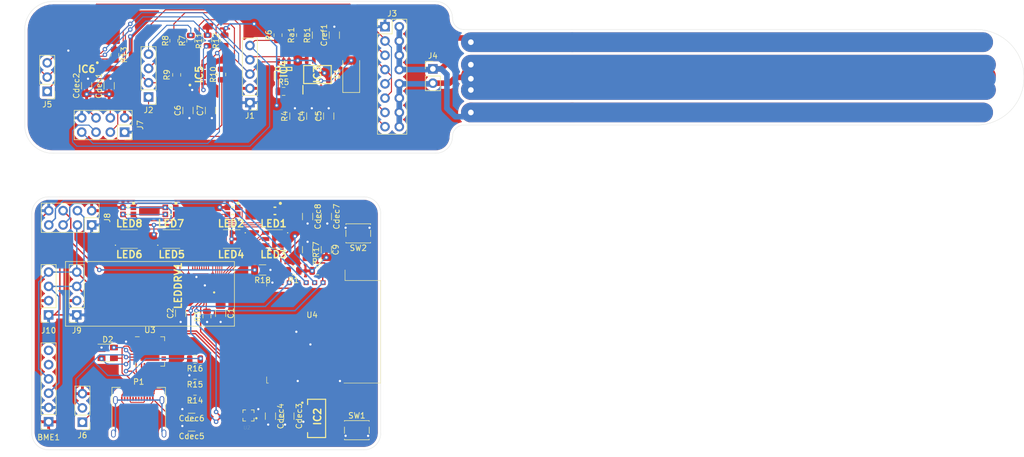
<source format=kicad_pcb>
(kicad_pcb (version 20171130) (host pcbnew 5.1.6)
  (layers (0 F.Cu signal) (31 B.Cu signal) (34 B.Paste user) (35 F.Paste user) (36 B.SilkS user) (37 F.SilkS user) (38 B.Mask user) (39 F.Mask user) (44 Edge.Cuts user))
  (net 0 "")
  (net 1 +3V3)
  (net 2 GND)
  (net 3 "Net-(BME1-Pad5)")
  (net 4 "Net-(BME1-Pad6)")
  (net 5 "Net-(C1-Pad1)")
  (net 6 /SCL)
  (net 7 /SDA)
  (net 8 "Net-(C4-Pad1)")
  (net 9 "Net-(C5-Pad1)")
  (net 10 "Net-(C6-Pad2)")
  (net 11 "Net-(Cref1-Pad1)")
  (net 12 "Net-(D1-Pad2)")
  (net 13 "Net-(IC3-Pad7)")
  (net 14 "Net-(IC4-Pad1)")
  (net 15 "Net-(IC5-Pad2)")
  (net 16 "Net-(IC5-Pad3)")
  (net 17 "Net-(IC5-Pad4)")
  (net 18 "Net-(IC5-Pad9)")
  (net 19 "Net-(IC5-Pad10)")
  (net 20 "Net-(IC5-Pad11)")
  (net 21 "Net-(IC6-Pad9)")
  (net 22 "Net-(IC6-Pad8)")
  (net 23 "Net-(IC6-Pad7)")
  (net 24 "Net-(IC6-Pad6)")
  (net 25 "Net-(J2-Pad1)")
  (net 26 "Net-(J2-Pad2)")
  (net 27 "Net-(J2-Pad3)")
  (net 28 "Net-(J2-Pad4)")
  (net 29 "Net-(LED1-Pad1)")
  (net 30 "Net-(LED1-Pad2)")
  (net 31 "Net-(LED1-Pad3)")
  (net 32 "Net-(LED2-Pad3)")
  (net 33 "Net-(LED2-Pad2)")
  (net 34 "Net-(LED2-Pad1)")
  (net 35 "Net-(LED3-PadC3)")
  (net 36 "Net-(LED3-PadC2)")
  (net 37 "Net-(LED3-PadC1)")
  (net 38 "Net-(LED4-PadC3)")
  (net 39 "Net-(LED4-PadC2)")
  (net 40 "Net-(LED4-PadC1)")
  (net 41 "Net-(LED5-PadC1)")
  (net 42 "Net-(LED5-PadC2)")
  (net 43 "Net-(LED5-PadC3)")
  (net 44 "Net-(LED7-Pad1)")
  (net 45 "Net-(LED7-Pad2)")
  (net 46 "Net-(LED7-Pad3)")
  (net 47 "Net-(LEDDRV1-Pad19)")
  (net 48 "Net-(LEDDRV1-Pad20)")
  (net 49 "Net-(LEDDRV1-Pad21)")
  (net 50 "Net-(LEDDRV1-Pad22)")
  (net 51 "Net-(LEDDRV1-Pad23)")
  (net 52 "Net-(LEDDRV1-Pad24)")
  (net 53 "Net-(LEDDRV1-Pad31)")
  (net 54 /MoistureSensor01/Sensor_Outside)
  (net 55 /MoistureSensor01/Sensor_Inside)
  (net 56 "Net-(Cdec5-Pad1)")
  (net 57 "Net-(D2-Pad3)")
  (net 58 "Net-(D2-Pad4)")
  (net 59 /555_ALERT)
  (net 60 /IQS_RDY)
  (net 61 /CAP_ALERT)
  (net 62 "Net-(J6-Pad2)")
  (net 63 /LED_EN)
  (net 64 "Net-(P1-PadS1)")
  (net 65 "Net-(P1-PadA5)")
  (net 66 "Net-(P1-PadB5)")
  (net 67 "Net-(R14-Pad1)")
  (net 68 "Net-(R16-Pad2)")
  (net 69 /HDC_DRDY)
  (net 70 "Net-(SW1-Pad1)")
  (net 71 /esp8266/GPIO0)
  (net 72 "Net-(U3-Pad1)")
  (net 73 "Net-(U3-Pad2)")
  (net 74 "Net-(U3-Pad10)")
  (net 75 "Net-(U3-Pad11)")
  (net 76 "Net-(U3-Pad12)")
  (net 77 "Net-(U3-Pad13)")
  (net 78 "Net-(U3-Pad14)")
  (net 79 "Net-(U3-Pad15)")
  (net 80 "Net-(U3-Pad16)")
  (net 81 "Net-(U3-Pad17)")
  (net 82 "Net-(U3-Pad18)")
  (net 83 "Net-(U3-Pad19)")
  (net 84 "Net-(U3-Pad20)")
  (net 85 "Net-(U3-Pad21)")
  (net 86 "Net-(U3-Pad22)")
  (net 87 "Net-(U3-Pad23)")
  (net 88 "Net-(U3-Pad24)")
  (net 89 "Net-(U3-Pad25)")
  (net 90 "Net-(U3-Pad26)")
  (net 91 "Net-(U3-Pad27)")
  (net 92 "Net-(U3-Pad28)")
  (net 93 "Net-(U4-Pad16)")
  (net 94 "Net-(C9-Pad2)")
  (module Resistor_SMD:R_0805_2012Metric (layer F.Cu) (at 86.75 36.25 90)
    (fp_text reference Ra1 (at 0 -1.65 90) (layer F.SilkS))
    (fp_text value 330)
    (pad 2 smd roundrect (at 0.9375 0 90) (size 0.975 1.4) (layers F.Cu F.Paste F.Mask) (net 13 "Net-(IC3-Pad7)"))
    (pad 1 smd roundrect (at -0.9375 0 90) (size 0.975 1.4) (layers F.Cu F.Paste F.Mask) (net 1 +3V3))
  )
  (module LocalsLib:BGA6C100X50P2X3_146X146X67 (layer F.Cu) (at 77.5 103.875 180)
    (fp_text reference U2 (at 0.282 -2.1564) (layer F.SilkS) (effects (font (size 0.64 0.64) (thickness 0.015))))
    (fp_text value HDC2010YPAT)
    (pad A1 smd circle (at -0.5 -0.5 180) (size 0.26 0.26) (layers F.Cu F.Paste F.Mask) (net 1 +3V3))
    (pad B1 smd circle (at -0.5 0 180) (size 0.26 0.26) (layers F.Cu F.Paste F.Mask) (net 2 GND))
    (pad C1 smd circle (at -0.5 0.5 180) (size 0.26 0.26) (layers F.Cu F.Paste F.Mask) (net 2 GND))
    (pad A2 smd circle (at 0.5 -0.5 180) (size 0.26 0.26) (layers F.Cu F.Paste F.Mask) (net 7 /SDA))
    (pad B2 smd circle (at 0.5 0 180) (size 0.26 0.26) (layers F.Cu F.Paste F.Mask) (net 6 /SCL))
    (pad C2 smd circle (at 0.5 0.5 180) (size 0.26 0.26) (layers F.Cu F.Paste F.Mask) (net 69 /HDC_DRDY))
  )
  (module Capacitor_SMD:C_1206_3216Metric (layer F.Cu) (at 88.75 50.65 90)
    (fp_text reference C4 (at 0 -1.82 90) (layer F.SilkS))
    (fp_text value 1μF)
    (pad 2 smd roundrect (at 1.4 0 90) (size 1.25 1.75) (layers F.Cu F.Paste F.Mask) (roundrect_rratio 0.2) (net 2 GND))
    (pad 1 smd roundrect (at -1.4 0 90) (size 1.25 1.75) (layers F.Cu F.Paste F.Mask) (roundrect_rratio 0.2) (net 8 "Net-(C4-Pad1)"))
  )
  (module Capacitor_SMD:C_1206_3216Metric (layer F.Cu) (at 91.75 50.65 90)
    (fp_text reference C5 (at 0 -1.82 90) (layer F.SilkS))
    (fp_text value 10nF)
    (pad 2 smd roundrect (at 1.4 0 90) (size 1.25 1.75) (layers F.Cu F.Paste F.Mask) (roundrect_rratio 0.2) (net 2 GND))
    (pad 1 smd roundrect (at -1.4 0 90) (size 1.25 1.75) (layers F.Cu F.Paste F.Mask) (roundrect_rratio 0.2) (net 9 "Net-(C5-Pad1)"))
  )
  (module Capacitor_SMD:C_1206_3216Metric (layer F.Cu) (at 66.75 49.65 90)
    (fp_text reference C6 (at 0 -1.82 90) (layer F.SilkS))
    (fp_text value 1μF)
    (pad 2 smd roundrect (at 1.4 0 90) (size 1.25 1.75) (layers F.Cu F.Paste F.Mask) (roundrect_rratio 0.2) (net 10 "Net-(C6-Pad2)"))
    (pad 1 smd roundrect (at -1.4 0 90) (size 1.25 1.75) (layers F.Cu F.Paste F.Mask) (roundrect_rratio 0.2) (net 2 GND))
  )
  (module Capacitor_SMD:C_1206_3216Metric (layer F.Cu) (at 70.75 49.65 90)
    (fp_text reference C7 (at 0 -1.82 90) (layer F.SilkS))
    (fp_text value 0.1μF)
    (pad 1 smd roundrect (at -1.4 0 90) (size 1.25 1.75) (layers F.Cu F.Paste F.Mask) (roundrect_rratio 0.2) (net 2 GND))
    (pad 2 smd roundrect (at 1.4 0 90) (size 1.25 1.75) (layers F.Cu F.Paste F.Mask) (roundrect_rratio 0.2) (net 10 "Net-(C6-Pad2)"))
  )
  (module Capacitor_SMD:C_1206_3216Metric (layer F.Cu) (at 52.75 45.25 90)
    (fp_text reference Cdec1 (at 0 -1.82 90) (layer F.SilkS))
    (fp_text value 0.1μF)
    (pad 1 smd roundrect (at -1.4 0 90) (size 1.25 1.75) (layers F.Cu F.Paste F.Mask) (roundrect_rratio 0.2) (net 1 +3V3))
    (pad 2 smd roundrect (at 1.4 0 90) (size 1.25 1.75) (layers F.Cu F.Paste F.Mask) (roundrect_rratio 0.2) (net 2 GND))
  )
  (module Capacitor_SMD:C_1206_3216Metric (layer F.Cu) (at 48.75 45.25 90)
    (fp_text reference Cdec2 (at 0 -1.82 90) (layer F.SilkS))
    (fp_text value 4.7μF)
    (pad 1 smd roundrect (at -1.4 0 90) (size 1.25 1.75) (layers F.Cu F.Paste F.Mask) (roundrect_rratio 0.2) (net 1 +3V3))
    (pad 2 smd roundrect (at 1.4 0 90) (size 1.25 1.75) (layers F.Cu F.Paste F.Mask) (roundrect_rratio 0.2) (net 2 GND))
  )
  (module Capacitor_SMD:C_1206_3216Metric (layer F.Cu) (at 92.75 36.25 90)
    (fp_text reference Cref1 (at 0 -1.82 90) (layer F.SilkS))
    (fp_text value 470pF)
    (pad 2 smd roundrect (at 1.4 0 90) (size 1.25 1.75) (layers F.Cu F.Paste F.Mask) (roundrect_rratio 0.2) (net 2 GND))
    (pad 1 smd roundrect (at -1.4 0 90) (size 1.25 1.75) (layers F.Cu F.Paste F.Mask) (roundrect_rratio 0.2) (net 11 "Net-(Cref1-Pad1)"))
  )
  (module Diode_SMD:D_MELF (layer F.Cu) (at 95.75 43.15 90)
    (fp_text reference D1 (at 0 -2.5 90) (layer F.SilkS))
    (fp_text value LS4148)
    (pad 1 smd rect (at -2.4 0 90) (size 1.5 2.7) (layers F.Cu F.Paste F.Mask) (net 8 "Net-(C4-Pad1)"))
    (pad 2 smd rect (at 2.4 0 90) (size 1.5 2.7) (layers F.Cu F.Paste F.Mask) (net 12 "Net-(D1-Pad2)"))
  )
  (module SamacSys:SOIC127P600X175-8N (layer F.Cu) (at 89.75 43.25 90)
    (fp_text reference IC3 (at 0 0 90) (layer F.SilkS) (effects (font (size 1.27 1.27) (thickness 0.254))))
    (fp_text value TLC555CDR hide)
    (pad 1 smd rect (at -2.712 -1.905 180) (size 0.65 1.525) (layers F.Cu F.Paste F.Mask) (net 2 GND))
    (pad 2 smd rect (at -2.712 -0.635 180) (size 0.65 1.525) (layers F.Cu F.Paste F.Mask) (net 11 "Net-(Cref1-Pad1)"))
    (pad 3 smd rect (at -2.712 0.635 180) (size 0.65 1.525) (layers F.Cu F.Paste F.Mask) (net 12 "Net-(D1-Pad2)"))
    (pad 4 smd rect (at -2.712 1.905 180) (size 0.65 1.525) (layers F.Cu F.Paste F.Mask) (net 1 +3V3))
    (pad 5 smd rect (at 2.712 1.905 180) (size 0.65 1.525) (layers F.Cu F.Paste F.Mask) (net 9 "Net-(C5-Pad1)"))
    (pad 6 smd rect (at 2.712 0.635 180) (size 0.65 1.525) (layers F.Cu F.Paste F.Mask) (net 11 "Net-(Cref1-Pad1)"))
    (pad 7 smd rect (at 2.712 -0.635 180) (size 0.65 1.525) (layers F.Cu F.Paste F.Mask) (net 13 "Net-(IC3-Pad7)"))
    (pad 8 smd rect (at 2.712 -1.905 180) (size 0.65 1.525) (layers F.Cu F.Paste F.Mask) (net 1 +3V3))
  )
  (module SamacSys:SOT95P280X110-6N (layer F.Cu) (at 83.75 42.25 90)
    (fp_text reference IC4 (at 0 0 90) (layer F.SilkS) (effects (font (size 1.27 1.27) (thickness 0.254))))
    (fp_text value ADC081C021CIMK_NOPB hide)
    (pad 1 smd rect (at -1.25 -0.95 180) (size 0.6 1.25) (layers F.Cu F.Paste F.Mask) (net 14 "Net-(IC4-Pad1)"))
    (pad 2 smd rect (at -1.25 0 180) (size 0.6 1.25) (layers F.Cu F.Paste F.Mask) (net 2 GND))
    (pad 3 smd rect (at -1.25 0.95 180) (size 0.6 1.25) (layers F.Cu F.Paste F.Mask) (net 1 +3V3))
    (pad 4 smd rect (at 1.25 0.95 180) (size 0.6 1.25) (layers F.Cu F.Paste F.Mask) (net 59 /555_ALERT))
    (pad 5 smd rect (at 1.25 0 180) (size 0.6 1.25) (layers F.Cu F.Paste F.Mask) (net 6 /SCL))
    (pad 6 smd rect (at 1.25 -0.95 180) (size 0.6 1.25) (layers F.Cu F.Paste F.Mask) (net 7 /SDA))
  )
  (module SamacSys:SON50P300X300X80-11N-D (layer F.Cu) (at 68.75 43.25 90)
    (fp_text reference IC5 (at 0 0 90) (layer F.SilkS) (effects (font (size 1.27 1.27) (thickness 0.254))))
    (fp_text value IQS263B-0-DNR hide)
    (pad 1 smd rect (at -1.45 -1 180) (size 0.3 0.85) (layers F.Cu F.Paste F.Mask) (net 2 GND))
    (pad 2 smd rect (at -1.45 -0.5 180) (size 0.3 0.85) (layers F.Cu F.Paste F.Mask) (net 15 "Net-(IC5-Pad2)"))
    (pad 3 smd rect (at -1.45 0 180) (size 0.3 0.85) (layers F.Cu F.Paste F.Mask) (net 16 "Net-(IC5-Pad3)"))
    (pad 4 smd rect (at -1.45 0.5 180) (size 0.3 0.85) (layers F.Cu F.Paste F.Mask) (net 17 "Net-(IC5-Pad4)"))
    (pad 5 smd rect (at -1.45 1 180) (size 0.3 0.85) (layers F.Cu F.Paste F.Mask) (net 10 "Net-(C6-Pad2)"))
    (pad 6 smd rect (at 1.45 1 180) (size 0.3 0.85) (layers F.Cu F.Paste F.Mask) (net 60 /IQS_RDY))
    (pad 7 smd rect (at 1.45 0.5 180) (size 0.3 0.85) (layers F.Cu F.Paste F.Mask) (net 7 /SDA))
    (pad 8 smd rect (at 1.45 0 180) (size 0.3 0.85) (layers F.Cu F.Paste F.Mask) (net 6 /SCL))
    (pad 9 smd rect (at 1.45 -0.5 180) (size 0.3 0.85) (layers F.Cu F.Paste F.Mask) (net 18 "Net-(IC5-Pad9)"))
    (pad 10 smd rect (at 1.45 -1 180) (size 0.3 0.85) (layers F.Cu F.Paste F.Mask) (net 19 "Net-(IC5-Pad10)"))
    (pad 11 smd rect (at 0 0 90) (size 1.65 2.4) (layers F.Cu F.Paste F.Mask) (net 20 "Net-(IC5-Pad11)"))
  )
  (module LocalsLib:CAP1293-1-AC3-TR (layer F.Cu) (at 48.75 39.75 180)
    (fp_text reference IC6 (at 0 -2.54) (layer F.SilkS) (effects (font (size 1.27 1.27) (thickness 0.254))))
    (fp_text value CAP1293-1-AC3-TR hide)
    (pad 9 smd rect (at 0 0 270) (size 1.6 1.8) (layers F.Cu F.Paste F.Mask) (net 21 "Net-(IC6-Pad9)"))
    (pad 8 smd rect (at 1.5 -0.75 270) (size 0.3 0.8) (layers F.Cu F.Paste F.Mask) (net 22 "Net-(IC6-Pad8)"))
    (pad 7 smd rect (at 1.5 -0.25 270) (size 0.3 0.8) (layers F.Cu F.Paste F.Mask) (net 23 "Net-(IC6-Pad7)"))
    (pad 6 smd rect (at 1.5 0.25 270) (size 0.3 0.8) (layers F.Cu F.Paste F.Mask) (net 24 "Net-(IC6-Pad6)"))
    (pad 5 smd rect (at 1.5 0.75 270) (size 0.3 0.8) (layers F.Cu F.Paste F.Mask) (net 2 GND))
    (pad 4 smd rect (at -1.5 0.75 270) (size 0.3 0.8) (layers F.Cu F.Paste F.Mask) (net 1 +3V3))
    (pad 3 smd rect (at -1.5 0.25 270) (size 0.3 0.8) (layers F.Cu F.Paste F.Mask) (net 6 /SCL))
    (pad 2 smd rect (at -1.5 -0.25 270) (size 0.3 0.8) (layers F.Cu F.Paste F.Mask) (net 7 /SDA))
    (pad 1 smd rect (at -1.5 -0.75 270) (size 0.3 0.8) (layers F.Cu F.Paste F.Mask) (net 61 /CAP_ALERT))
  )
  (module Connector_PinHeader_2.54mm:PinHeader_1x05_P2.54mm_Vertical (layer F.Cu) (at 77.75 48.25 180)
    (fp_text reference J1 (at 0 -2.33) (layer F.SilkS))
    (fp_text value Conn_01x05_555)
    (pad 1 thru_hole rect (at 0 0 180) (size 1.7 1.7) (drill 1) (layers *.Cu *.Mask) (net 2 GND))
    (pad 2 thru_hole oval (at 0 2.54 180) (size 1.7 1.7) (drill 1) (layers *.Cu *.Mask) (net 1 +3V3))
    (pad 3 thru_hole oval (at 0 5.08 180) (size 1.7 1.7) (drill 1) (layers *.Cu *.Mask) (net 7 /SDA))
    (pad 4 thru_hole oval (at 0 7.62 180) (size 1.7 1.7) (drill 1) (layers *.Cu *.Mask) (net 6 /SCL))
    (pad 5 thru_hole oval (at 0 10.16 180) (size 1.7 1.7) (drill 1) (layers *.Cu *.Mask) (net 59 /555_ALERT))
  )
  (module Connector_PinHeader_2.54mm:PinHeader_1x04_P2.54mm_Vertical (layer F.Cu) (at 59.75 47.25 180)
    (fp_text reference J2 (at 0 -2.33) (layer F.SilkS))
    (fp_text value Conn_01x04_IQS263)
    (pad 1 thru_hole rect (at 0 0 180) (size 1.7 1.7) (drill 1) (layers *.Cu *.Mask) (net 25 "Net-(J2-Pad1)"))
    (pad 2 thru_hole oval (at 0 2.54 180) (size 1.7 1.7) (drill 1) (layers *.Cu *.Mask) (net 26 "Net-(J2-Pad2)"))
    (pad 3 thru_hole oval (at 0 5.08 180) (size 1.7 1.7) (drill 1) (layers *.Cu *.Mask) (net 27 "Net-(J2-Pad3)"))
    (pad 4 thru_hole oval (at 0 7.62 180) (size 1.7 1.7) (drill 1) (layers *.Cu *.Mask) (net 28 "Net-(J2-Pad4)"))
  )
  (module Connector_PinHeader_2.54mm:PinHeader_2x08_P2.54mm_Vertical (layer F.Cu) (at 101.75 34.75)
    (fp_text reference J3 (at 1.27 -2.33) (layer F.SilkS))
    (fp_text value Conn_02x08_Odd_Even)
    (pad 1 thru_hole rect (at 0 0) (size 1.7 1.7) (drill 1) (layers *.Cu *.Mask) (net 2 GND))
    (pad 2 thru_hole oval (at 2.54 0) (size 1.7 1.7) (drill 1) (layers *.Cu *.Mask) (net 54 /MoistureSensor01/Sensor_Outside))
    (pad 3 thru_hole oval (at 0 2.54) (size 1.7 1.7) (drill 1) (layers *.Cu *.Mask) (net 23 "Net-(IC6-Pad7)"))
    (pad 4 thru_hole oval (at 2.54 2.54) (size 1.7 1.7) (drill 1) (layers *.Cu *.Mask) (net 54 /MoistureSensor01/Sensor_Outside))
    (pad 5 thru_hole oval (at 0 5.08) (size 1.7 1.7) (drill 1) (layers *.Cu *.Mask) (net 24 "Net-(IC6-Pad6)"))
    (pad 6 thru_hole oval (at 2.54 5.08) (size 1.7 1.7) (drill 1) (layers *.Cu *.Mask) (net 54 /MoistureSensor01/Sensor_Outside))
    (pad 7 thru_hole oval (at 0 7.62) (size 1.7 1.7) (drill 1) (layers *.Cu *.Mask) (net 26 "Net-(J2-Pad2)"))
    (pad 8 thru_hole oval (at 2.54 7.62) (size 1.7 1.7) (drill 1) (layers *.Cu *.Mask) (net 54 /MoistureSensor01/Sensor_Outside))
    (pad 9 thru_hole oval (at 0 10.16) (size 1.7 1.7) (drill 1) (layers *.Cu *.Mask) (net 23 "Net-(IC6-Pad7)"))
    (pad 10 thru_hole oval (at 2.54 10.16) (size 1.7 1.7) (drill 1) (layers *.Cu *.Mask) (net 55 /MoistureSensor01/Sensor_Inside))
    (pad 11 thru_hole oval (at 0 12.7) (size 1.7 1.7) (drill 1) (layers *.Cu *.Mask) (net 26 "Net-(J2-Pad2)"))
    (pad 12 thru_hole oval (at 2.54 12.7) (size 1.7 1.7) (drill 1) (layers *.Cu *.Mask) (net 55 /MoistureSensor01/Sensor_Inside))
    (pad 13 thru_hole oval (at 0 15.24) (size 1.7 1.7) (drill 1) (layers *.Cu *.Mask) (net 27 "Net-(J2-Pad3)"))
    (pad 14 thru_hole oval (at 2.54 15.24) (size 1.7 1.7) (drill 1) (layers *.Cu *.Mask) (net 55 /MoistureSensor01/Sensor_Inside))
    (pad 15 thru_hole oval (at 0 17.78) (size 1.7 1.7) (drill 1) (layers *.Cu *.Mask) (net 12 "Net-(D1-Pad2)"))
    (pad 16 thru_hole oval (at 2.54 17.78) (size 1.7 1.7) (drill 1) (layers *.Cu *.Mask) (net 55 /MoistureSensor01/Sensor_Inside))
  )
  (module Connector_PinHeader_2.54mm:PinHeader_1x02_P2.54mm_Vertical (layer F.Cu) (at 110.25 42.25)
    (fp_text reference J4 (at 0 -2.33) (layer F.SilkS))
    (fp_text value Conn_01x02_Sensor)
    (pad 1 thru_hole rect (at 0 0) (size 1.7 1.7) (drill 1) (layers *.Cu *.Mask) (net 54 /MoistureSensor01/Sensor_Outside))
    (pad 2 thru_hole oval (at 0 2.54) (size 1.7 1.7) (drill 1) (layers *.Cu *.Mask) (net 55 /MoistureSensor01/Sensor_Inside))
  )
  (module Connector_PinHeader_2.54mm:PinHeader_1x03_P2.54mm_Vertical (layer F.Cu) (at 41.75 46.25 180)
    (fp_text reference J5 (at 0 -2.33) (layer F.SilkS))
    (fp_text value Conn_01x03_CAP1293)
    (pad 1 thru_hole rect (at 0 0 180) (size 1.7 1.7) (drill 1) (layers *.Cu *.Mask) (net 22 "Net-(IC6-Pad8)"))
    (pad 2 thru_hole oval (at 0 2.54 180) (size 1.7 1.7) (drill 1) (layers *.Cu *.Mask) (net 23 "Net-(IC6-Pad7)"))
    (pad 3 thru_hole oval (at 0 5.08 180) (size 1.7 1.7) (drill 1) (layers *.Cu *.Mask) (net 24 "Net-(IC6-Pad6)"))
  )
  (module Resistor_SMD:R_1206_3216Metric (layer F.Cu) (at 85.75 50.65 90)
    (fp_text reference R4 (at 0 -1.82 90) (layer F.SilkS))
    (fp_text value 1M)
    (pad 1 smd roundrect (at -1.4 0 90) (size 1.25 1.75) (layers F.Cu F.Paste F.Mask) (roundrect_rratio 0.2) (net 8 "Net-(C4-Pad1)"))
    (pad 2 smd roundrect (at 1.4 0 90) (size 1.25 1.75) (layers F.Cu F.Paste F.Mask) (roundrect_rratio 0.2) (net 2 GND))
  )
  (module Resistor_SMD:R_0805_2012Metric (layer F.Cu) (at 83.75 46.25)
    (fp_text reference R5 (at 0 -1.65) (layer F.SilkS))
    (fp_text value 22)
    (pad 1 smd roundrect (at -0.9375 0) (size 0.975 1.4) (layers F.Cu F.Paste F.Mask) (net 14 "Net-(IC4-Pad1)"))
    (pad 2 smd roundrect (at 0.9375 0) (size 0.975 1.4) (layers F.Cu F.Paste F.Mask) (net 8 "Net-(C4-Pad1)"))
  )
  (module Resistor_SMD:R_0805_2012Metric (layer F.Cu) (at 82.75 36.25 90)
    (fp_text reference R6 (at 0 -1.65 90) (layer F.SilkS))
    (fp_text value 4K7)
    (pad 2 smd roundrect (at 0.9375 0 90) (size 0.975 1.4) (layers F.Cu F.Paste F.Mask) (net 1 +3V3))
    (pad 1 smd roundrect (at -0.9375 0 90) (size 0.975 1.4) (layers F.Cu F.Paste F.Mask) (net 59 /555_ALERT))
  )
  (module Resistor_SMD:R_0805_2012Metric (layer F.Cu) (at 67.25 37.25 90)
    (fp_text reference R7 (at 0 -1.5 90) (layer F.SilkS))
    (fp_text value 470)
    (pad 1 smd roundrect (at -0.9375 0 90) (size 0.975 1.4) (layers F.Cu F.Paste F.Mask) (net 18 "Net-(IC5-Pad9)"))
    (pad 2 smd roundrect (at 0.9375 0 90) (size 0.975 1.4) (layers F.Cu F.Paste F.Mask) (net 28 "Net-(J2-Pad4)"))
  )
  (module Resistor_SMD:R_0805_2012Metric (layer F.Cu) (at 64.25 37.25 90)
    (fp_text reference R8 (at 0 -1.5 90) (layer F.SilkS))
    (fp_text value 470)
    (pad 1 smd roundrect (at -0.9375 0 90) (size 0.975 1.4) (layers F.Cu F.Paste F.Mask) (net 19 "Net-(IC5-Pad10)"))
    (pad 2 smd roundrect (at 0.9375 0 90) (size 0.975 1.4) (layers F.Cu F.Paste F.Mask) (net 27 "Net-(J2-Pad3)"))
  )
  (module Resistor_SMD:R_0805_2012Metric (layer F.Cu) (at 64.75 43.3125 90)
    (fp_text reference R9 (at 0 -1.75 90) (layer F.SilkS))
    (fp_text value 470)
    (pad 1 smd roundrect (at -0.9375 0 90) (size 0.975 1.4) (layers F.Cu F.Paste F.Mask) (net 15 "Net-(IC5-Pad2)"))
    (pad 2 smd roundrect (at 0.9375 0 90) (size 0.975 1.4) (layers F.Cu F.Paste F.Mask) (net 26 "Net-(J2-Pad2)"))
  )
  (module Resistor_SMD:R_0805_2012Metric (layer F.Cu) (at 72.75 43.25 90)
    (fp_text reference R10 (at 0 -1.5 90) (layer F.SilkS))
    (fp_text value 470)
    (pad 2 smd roundrect (at 0.9375 0 90) (size 0.975 1.4) (layers F.Cu F.Paste F.Mask) (net 25 "Net-(J2-Pad1)"))
    (pad 1 smd roundrect (at -0.9375 0 90) (size 0.975 1.4) (layers F.Cu F.Paste F.Mask) (net 16 "Net-(IC5-Pad3)"))
  )
  (module Resistor_SMD:R_0805_2012Metric (layer F.Cu) (at 70.25 37.1875 90)
    (fp_text reference R11 (at -0.0625 -1.5 90) (layer F.SilkS))
    (fp_text value 42.2)
    (pad 2 smd roundrect (at 0.9375 0 90) (size 0.975 1.4) (layers F.Cu F.Paste F.Mask) (net 1 +3V3))
    (pad 1 smd roundrect (at -0.9375 0 90) (size 0.975 1.4) (layers F.Cu F.Paste F.Mask) (net 17 "Net-(IC5-Pad4)"))
  )
  (module Resistor_SMD:R_0805_2012Metric (layer F.Cu) (at 73.25 37.1875 270)
    (fp_text reference R12 (at 0.0625 1.5 90) (layer F.SilkS))
    (fp_text value 4K7)
    (pad 2 smd roundrect (at 0.9375 0 270) (size 0.975 1.4) (layers F.Cu F.Paste F.Mask) (net 60 /IQS_RDY))
    (pad 1 smd roundrect (at -0.9375 0 270) (size 0.975 1.4) (layers F.Cu F.Paste F.Mask) (net 1 +3V3))
  )
  (module Resistor_SMD:R_0805_2012Metric (layer F.Cu) (at 53.75 39.75 270)
    (fp_text reference R13 (at 0 -1.65 90) (layer F.SilkS))
    (fp_text value 4K7)
    (pad 1 smd roundrect (at -0.9375 0 270) (size 0.975 1.4) (layers F.Cu F.Paste F.Mask) (net 1 +3V3))
    (pad 2 smd roundrect (at 0.9375 0 270) (size 0.975 1.4) (layers F.Cu F.Paste F.Mask) (net 61 /CAP_ALERT))
  )
  (module Resistor_SMD:R_1206_3216Metric (layer F.Cu) (at 89.75 36.25 90)
    (fp_text reference Rb1 (at 0 -1.82 90) (layer F.SilkS))
    (fp_text value 1K6)
    (pad 1 smd roundrect (at -1.4 0 90) (size 1.25 1.75) (layers F.Cu F.Paste F.Mask) (roundrect_rratio 0.2) (net 13 "Net-(IC3-Pad7)"))
    (pad 2 smd roundrect (at 1.4 0 90) (size 1.25 1.75) (layers F.Cu F.Paste F.Mask) (roundrect_rratio 0.2) (net 11 "Net-(Cref1-Pad1)"))
  )
  (module Connector_PinSocket_2.54mm:PinSocket_1x06_P2.54mm_Vertical (layer F.Cu) (at 42 105 180)
    (fp_text reference BME1 (at 0 -2.77) (layer F.SilkS))
    (fp_text value BME280)
    (pad 1 thru_hole rect (at 0 0 180) (size 1.7 1.7) (drill 1) (layers *.Cu *.Mask) (net 1 +3V3))
    (pad 2 thru_hole oval (at 0 2.54 180) (size 1.7 1.7) (drill 1) (layers *.Cu *.Mask) (net 2 GND))
    (pad 3 thru_hole oval (at 0 5.08 180) (size 1.7 1.7) (drill 1) (layers *.Cu *.Mask) (net 6 /SCL))
    (pad 4 thru_hole oval (at 0 7.62 180) (size 1.7 1.7) (drill 1) (layers *.Cu *.Mask) (net 7 /SDA))
    (pad 5 thru_hole oval (at 0 10.16 180) (size 1.7 1.7) (drill 1) (layers *.Cu *.Mask) (net 3 "Net-(BME1-Pad5)"))
    (pad 6 thru_hole oval (at 0 12.7 180) (size 1.7 1.7) (drill 1) (layers *.Cu *.Mask) (net 4 "Net-(BME1-Pad6)"))
  )
  (module Capacitor_SMD:C_1206_3216Metric (layer F.Cu) (at 72.55 85.7 270)
    (fp_text reference C1 (at 0 -1.82 90) (layer F.SilkS))
    (fp_text value 1μF)
    (pad 1 smd roundrect (at -1.4 0 270) (size 1.25 1.75) (layers F.Cu F.Paste F.Mask) (roundrect_rratio 0.2) (net 5 "Net-(C1-Pad1)"))
    (pad 2 smd roundrect (at 1.4 0 270) (size 1.25 1.75) (layers F.Cu F.Paste F.Mask) (roundrect_rratio 0.2) (net 2 GND))
  )
  (module Capacitor_SMD:C_1206_3216Metric (layer F.Cu) (at 65.45 85.7 90)
    (fp_text reference C2 (at 0 -1.82 90) (layer F.SilkS))
    (fp_text value 1μF)
    (pad 2 smd roundrect (at 1.4 0 90) (size 1.25 1.75) (layers F.Cu F.Paste F.Mask) (roundrect_rratio 0.2) (net 1 +3V3))
    (pad 1 smd roundrect (at -1.4 0 90) (size 1.25 1.75) (layers F.Cu F.Paste F.Mask) (roundrect_rratio 0.2) (net 2 GND))
  )
  (module Capacitor_SMD:C_1206_3216Metric (layer F.Cu) (at 84.67375 104 270)
    (fp_text reference Cdec3 (at 0 -1.82 90) (layer F.SilkS))
    (fp_text value 4.7μF)
    (pad 2 smd roundrect (at 1.4 0 270) (size 1.25 1.75) (layers F.Cu F.Paste F.Mask) (roundrect_rratio 0.2) (net 2 GND))
    (pad 1 smd roundrect (at -1.4 0 270) (size 1.25 1.75) (layers F.Cu F.Paste F.Mask) (roundrect_rratio 0.2) (net 1 +3V3))
  )
  (module Capacitor_SMD:C_1206_3216Metric (layer F.Cu) (at 81.4025 104 270)
    (fp_text reference Cdec4 (at 0 -1.82 90) (layer F.SilkS))
    (fp_text value 0.1μF)
    (pad 1 smd roundrect (at -1.4 0 270) (size 1.25 1.75) (layers F.Cu F.Paste F.Mask) (roundrect_rratio 0.2) (net 1 +3V3))
    (pad 2 smd roundrect (at 1.4 0 270) (size 1.25 1.75) (layers F.Cu F.Paste F.Mask) (roundrect_rratio 0.2) (net 2 GND))
  )
  (module Capacitor_SMD:C_1206_3216Metric (layer F.Cu) (at 67.4 105.75 180)
    (fp_text reference Cdec5 (at 0 -1.82) (layer F.SilkS))
    (fp_text value 0.1μF)
    (pad 2 smd roundrect (at 1.4 0 180) (size 1.25 1.75) (layers F.Cu F.Paste F.Mask) (roundrect_rratio 0.2) (net 2 GND))
    (pad 1 smd roundrect (at -1.4 0 180) (size 1.25 1.75) (layers F.Cu F.Paste F.Mask) (roundrect_rratio 0.2) (net 56 "Net-(Cdec5-Pad1)"))
  )
  (module Capacitor_SMD:C_1206_3216Metric (layer F.Cu) (at 67.4 102.570353 180)
    (fp_text reference Cdec6 (at 0 -1.82) (layer F.SilkS))
    (fp_text value 4.7μF)
    (pad 1 smd roundrect (at -1.4 0 180) (size 1.25 1.75) (layers F.Cu F.Paste F.Mask) (roundrect_rratio 0.2) (net 56 "Net-(Cdec5-Pad1)"))
    (pad 2 smd roundrect (at 1.4 0 180) (size 1.25 1.75) (layers F.Cu F.Paste F.Mask) (roundrect_rratio 0.2) (net 2 GND))
  )
  (module Capacitor_SMD:C_1206_3216Metric (layer F.Cu) (at 91.333334 68.505001 270)
    (fp_text reference Cdec7 (at 0 -1.82 90) (layer F.SilkS))
    (fp_text value 4.7μF)
    (pad 1 smd roundrect (at -1.4 0 270) (size 1.25 1.75) (layers F.Cu F.Paste F.Mask) (roundrect_rratio 0.2) (net 1 +3V3))
    (pad 2 smd roundrect (at 1.4 0 270) (size 1.25 1.75) (layers F.Cu F.Paste F.Mask) (roundrect_rratio 0.2) (net 2 GND))
  )
  (module Capacitor_SMD:C_1206_3216Metric (layer F.Cu) (at 88 68.5 270)
    (fp_text reference Cdec8 (at 0 -1.82 90) (layer F.SilkS))
    (fp_text value 0.1μF)
    (pad 2 smd roundrect (at 1.4 0 270) (size 1.25 1.75) (layers F.Cu F.Paste F.Mask) (roundrect_rratio 0.2) (net 2 GND))
    (pad 1 smd roundrect (at -1.4 0 270) (size 1.25 1.75) (layers F.Cu F.Paste F.Mask) (roundrect_rratio 0.2) (net 1 +3V3))
  )
  (module Capacitor_SMD:C_1206_3216Metric (layer F.Cu) (at 88 74.4 270)
    (fp_text reference C9 (at 0 -5 90) (layer F.SilkS))
    (fp_text value 0.1μF)
    (pad 1 smd roundrect (at -1.4 0 270) (size 1.25 1.75) (layers F.Cu F.Paste F.Mask) (roundrect_rratio 0.2) (net 2 GND))
    (pad 2 smd roundrect (at 1.4 0 270) (size 1.25 1.75) (layers F.Cu F.Paste F.Mask) (roundrect_rratio 0.2) (net 94 "Net-(C9-Pad2)"))
  )
  (module Package_TO_SOT_SMD:SOT-143 (layer F.Cu) (at 52.5 92.75)
    (fp_text reference D2 (at 0.02 -2.38) (layer F.SilkS))
    (fp_text value SP0503BAHT)
    (pad 1 smd rect (at -1.1 -0.77 270) (size 1.2 1.4) (layers F.Cu F.Paste F.Mask) (net 2 GND))
    (pad 2 smd rect (at -1.1 0.95 270) (size 1 1.4) (layers F.Cu F.Paste F.Mask) (net 56 "Net-(Cdec5-Pad1)"))
    (pad 3 smd rect (at 1.1 0.95 270) (size 1 1.4) (layers F.Cu F.Paste F.Mask) (net 57 "Net-(D2-Pad3)"))
    (pad 4 smd rect (at 1.1 -0.95 270) (size 1 1.4) (layers F.Cu F.Paste F.Mask) (net 58 "Net-(D2-Pad4)"))
  )
  (module SamacSys:VEML7700 (layer F.Cu) (at 88 101 270)
    (fp_text reference IC2 (at 3.08346 -1.75438 90) (layer F.SilkS) (effects (font (size 1.27 1.27) (thickness 0.254))))
    (fp_text value VEML7700-TT hide)
    (pad 1 smd rect (at 1.495 0.4 270) (size 0.7 1.6) (layers F.Cu F.Paste F.Mask) (net 6 /SCL))
    (pad 2 smd rect (at 2.765 0.4 270) (size 0.7 1.6) (layers F.Cu F.Paste F.Mask) (net 1 +3V3))
    (pad 3 smd rect (at 4.035 0.4 270) (size 0.7 1.6) (layers F.Cu F.Paste F.Mask) (net 2 GND))
    (pad 4 smd rect (at 5.305 0.4 270) (size 0.7 1.6) (layers F.Cu F.Paste F.Mask) (net 7 /SDA))
  )
  (module Connector_PinHeader_2.54mm:PinHeader_1x03_P2.54mm_Vertical (layer F.Cu) (at 48 105.08 180)
    (fp_text reference J6 (at 0 -2.33) (layer F.SilkS))
    (fp_text value Conn_01x03_POWER_JUMPER)
    (pad 1 thru_hole rect (at 0 0 180) (size 1.7 1.7) (drill 1) (layers *.Cu *.Mask) (net 56 "Net-(Cdec5-Pad1)"))
    (pad 2 thru_hole oval (at 0 2.54 180) (size 1.7 1.7) (drill 1) (layers *.Cu *.Mask) (net 62 "Net-(J6-Pad2)"))
    (pad 3 thru_hole oval (at 0 5.08 180) (size 1.7 1.7) (drill 1) (layers *.Cu *.Mask) (net 1 +3V3))
  )
  (module Connector_PinSocket_2.54mm:PinSocket_2x04_P2.54mm_Vertical (layer F.Cu) (at 55.5 53.5 270)
    (fp_text reference J7 (at -1.27 -2.77 90) (layer F.SilkS))
    (fp_text value Conn_02x04_Odd_Even)
    (pad 8 thru_hole oval (at -2.54 7.62 270) (size 1.7 1.7) (drill 1) (layers *.Cu *.Mask) (net 2 GND))
    (pad 7 thru_hole oval (at 0 7.62 270) (size 1.7 1.7) (drill 1) (layers *.Cu *.Mask) (net 60 /IQS_RDY))
    (pad 6 thru_hole oval (at -2.54 5.08 270) (size 1.7 1.7) (drill 1) (layers *.Cu *.Mask) (net 61 /CAP_ALERT))
    (pad 5 thru_hole oval (at 0 5.08 270) (size 1.7 1.7) (drill 1) (layers *.Cu *.Mask) (net 59 /555_ALERT))
    (pad 4 thru_hole oval (at -2.54 2.54 270) (size 1.7 1.7) (drill 1) (layers *.Cu *.Mask) (net 6 /SCL))
    (pad 3 thru_hole oval (at 0 2.54 270) (size 1.7 1.7) (drill 1) (layers *.Cu *.Mask) (net 7 /SDA))
    (pad 2 thru_hole oval (at -2.54 0 270) (size 1.7 1.7) (drill 1) (layers *.Cu *.Mask) (net 1 +3V3))
    (pad 1 thru_hole rect (at 0 0 270) (size 1.7 1.7) (drill 1) (layers *.Cu *.Mask) (net 2 GND))
  )
  (module Connector_PinSocket_2.54mm:PinSocket_2x04_P2.54mm_Vertical (layer F.Cu) (at 49.65 70 270)
    (fp_text reference J8 (at -1.27 -2.77 90) (layer F.SilkS))
    (fp_text value Conn_02x04_Odd_Even)
    (pad 1 thru_hole rect (at 0 0 270) (size 1.7 1.7) (drill 1) (layers *.Cu *.Mask) (net 2 GND))
    (pad 2 thru_hole oval (at -2.54 0 270) (size 1.7 1.7) (drill 1) (layers *.Cu *.Mask) (net 1 +3V3))
    (pad 3 thru_hole oval (at 0 2.54 270) (size 1.7 1.7) (drill 1) (layers *.Cu *.Mask) (net 7 /SDA))
    (pad 4 thru_hole oval (at -2.54 2.54 270) (size 1.7 1.7) (drill 1) (layers *.Cu *.Mask) (net 6 /SCL))
    (pad 5 thru_hole oval (at 0 5.08 270) (size 1.7 1.7) (drill 1) (layers *.Cu *.Mask) (net 59 /555_ALERT))
    (pad 6 thru_hole oval (at -2.54 5.08 270) (size 1.7 1.7) (drill 1) (layers *.Cu *.Mask) (net 61 /CAP_ALERT))
    (pad 7 thru_hole oval (at 0 7.62 270) (size 1.7 1.7) (drill 1) (layers *.Cu *.Mask) (net 60 /IQS_RDY))
    (pad 8 thru_hole oval (at -2.54 7.62 270) (size 1.7 1.7) (drill 1) (layers *.Cu *.Mask) (net 2 GND))
  )
  (module Connector_PinSocket_2.54mm:PinSocket_1x04_P2.54mm_Vertical (layer F.Cu) (at 47 86 180)
    (fp_text reference J9 (at 0 -2.77) (layer F.SilkS))
    (fp_text value Conn_01x04_I2C_SCREEN)
    (pad 1 thru_hole rect (at 0 0 180) (size 1.7 1.7) (drill 1) (layers *.Cu *.Mask) (net 2 GND))
    (pad 2 thru_hole oval (at 0 2.54 180) (size 1.7 1.7) (drill 1) (layers *.Cu *.Mask) (net 1 +3V3))
    (pad 3 thru_hole oval (at 0 5.08 180) (size 1.7 1.7) (drill 1) (layers *.Cu *.Mask) (net 6 /SCL))
    (pad 4 thru_hole oval (at 0 7.62 180) (size 1.7 1.7) (drill 1) (layers *.Cu *.Mask) (net 7 /SDA))
  )
  (module Connector_PinSocket_2.54mm:PinSocket_1x04_P2.54mm_Vertical (layer F.Cu) (at 42 86 180)
    (fp_text reference J10 (at 0 -2.77) (layer F.SilkS))
    (fp_text value Conn_01x04_I2C)
    (pad 4 thru_hole oval (at 0 7.62 180) (size 1.7 1.7) (drill 1) (layers *.Cu *.Mask) (net 7 /SDA))
    (pad 3 thru_hole oval (at 0 5.08 180) (size 1.7 1.7) (drill 1) (layers *.Cu *.Mask) (net 6 /SCL))
    (pad 2 thru_hole oval (at 0 2.54 180) (size 1.7 1.7) (drill 1) (layers *.Cu *.Mask) (net 1 +3V3))
    (pad 1 thru_hole rect (at 0 0 180) (size 1.7 1.7) (drill 1) (layers *.Cu *.Mask) (net 2 GND))
  )
  (module SamacSys:150080M153000 (layer F.Cu) (at 82.1965 67.5)
    (fp_text reference LED1 (at -0.25 2.25) (layer F.SilkS) (effects (font (size 1.27 1.27) (thickness 0.254))))
    (fp_text value 150080M153000 hide)
    (pad 4 smd rect (at -0.925 -0.625 90) (size 1 1) (layers F.Cu F.Paste F.Mask) (net 1 +3V3))
    (pad 3 smd rect (at -0.925 0.625 90) (size 1 1) (layers F.Cu F.Paste F.Mask) (net 31 "Net-(LED1-Pad3)"))
    (pad 2 smd rect (at 0.925 0.625 90) (size 1 1) (layers F.Cu F.Paste F.Mask) (net 30 "Net-(LED1-Pad2)"))
    (pad 1 smd rect (at 0.925 -0.625 90) (size 1 1) (layers F.Cu F.Paste F.Mask) (net 29 "Net-(LED1-Pad1)"))
  )
  (module SamacSys:150080M153000 (layer F.Cu) (at 74.6755 67.5)
    (fp_text reference LED2 (at -0.270832 2.25) (layer F.SilkS) (effects (font (size 1.27 1.27) (thickness 0.254))))
    (fp_text value 150080M153000 hide)
    (pad 1 smd rect (at 0.925 -0.625 90) (size 1 1) (layers F.Cu F.Paste F.Mask) (net 34 "Net-(LED2-Pad1)"))
    (pad 2 smd rect (at 0.925 0.625 90) (size 1 1) (layers F.Cu F.Paste F.Mask) (net 33 "Net-(LED2-Pad2)"))
    (pad 3 smd rect (at -0.925 0.625 90) (size 1 1) (layers F.Cu F.Paste F.Mask) (net 32 "Net-(LED2-Pad3)"))
    (pad 4 smd rect (at -0.925 -0.625 90) (size 1 1) (layers F.Cu F.Paste F.Mask) (net 1 +3V3))
  )
  (module SamacSys:KRTBLSLPS132VUVXEQBTBVD8TWTZL1B (layer F.Cu) (at 82.009 72.5 180)
    (fp_text reference LED3 (at 0.0625 -2.75) (layer F.SilkS) (effects (font (size 1.27 1.27) (thickness 0.254))))
    (fp_text value KRTBLSLPS1.32-VUVX-EQ+BTBV-D8+TWTZ-L1-B hide)
    (pad C3 smd rect (at 1.475 -1.1 270) (size 0.7 1.3) (layers F.Cu F.Paste F.Mask) (net 35 "Net-(LED3-PadC3)"))
    (pad C2 smd rect (at 1.475 0 270) (size 0.7 1.3) (layers F.Cu F.Paste F.Mask) (net 36 "Net-(LED3-PadC2)"))
    (pad C1 smd rect (at 1.475 1.1 270) (size 0.7 1.3) (layers F.Cu F.Paste F.Mask) (net 37 "Net-(LED3-PadC1)"))
    (pad A3 smd rect (at -1.475 -1.1 270) (size 0.7 1.3) (layers F.Cu F.Paste F.Mask) (net 1 +3V3))
    (pad A2 smd rect (at -1.475 0 270) (size 0.7 1.3) (layers F.Cu F.Paste F.Mask) (net 1 +3V3))
    (pad A1 smd rect (at -1.475 1.1 270) (size 0.7 1.3) (layers F.Cu F.Paste F.Mask) (net 1 +3V3))
  )
  (module SamacSys:KRTBLSLPS132VUVXEQBTBVD8TWTZL1B (layer F.Cu) (at 74.488 72.5 180)
    (fp_text reference LED4 (at 0.083332 -2.75) (layer F.SilkS) (effects (font (size 1.27 1.27) (thickness 0.254))))
    (fp_text value KRTBLSLPS1.32-VUVX-EQ+BTBV-D8+TWTZ-L1-B hide)
    (pad C3 smd rect (at 1.475 -1.1 270) (size 0.7 1.3) (layers F.Cu F.Paste F.Mask) (net 38 "Net-(LED4-PadC3)"))
    (pad C2 smd rect (at 1.475 0 270) (size 0.7 1.3) (layers F.Cu F.Paste F.Mask) (net 39 "Net-(LED4-PadC2)"))
    (pad C1 smd rect (at 1.475 1.1 270) (size 0.7 1.3) (layers F.Cu F.Paste F.Mask) (net 40 "Net-(LED4-PadC1)"))
    (pad A3 smd rect (at -1.475 -1.1 270) (size 0.7 1.3) (layers F.Cu F.Paste F.Mask) (net 1 +3V3))
    (pad A2 smd rect (at -1.475 0 270) (size 0.7 1.3) (layers F.Cu F.Paste F.Mask) (net 1 +3V3))
    (pad A1 smd rect (at -1.475 1.1 270) (size 0.7 1.3) (layers F.Cu F.Paste F.Mask) (net 1 +3V3))
  )
  (module SamacSys:KRTBLSLPS132VUVXEQBTBVD8TWTZL1B (layer F.Cu) (at 63.842 72.5)
    (fp_text reference LED5 (at 0.020834 2.75) (layer F.SilkS) (effects (font (size 1.27 1.27) (thickness 0.254))))
    (fp_text value KRTBLSLPS1.32-VUVX-EQ+BTBV-D8+TWTZ-L1-B hide)
    (pad A1 smd rect (at -1.475 1.1 90) (size 0.7 1.3) (layers F.Cu F.Paste F.Mask) (net 1 +3V3))
    (pad A2 smd rect (at -1.475 0 90) (size 0.7 1.3) (layers F.Cu F.Paste F.Mask) (net 1 +3V3))
    (pad A3 smd rect (at -1.475 -1.1 90) (size 0.7 1.3) (layers F.Cu F.Paste F.Mask) (net 1 +3V3))
    (pad C1 smd rect (at 1.475 1.1 90) (size 0.7 1.3) (layers F.Cu F.Paste F.Mask) (net 41 "Net-(LED5-PadC1)"))
    (pad C2 smd rect (at 1.475 0 90) (size 0.7 1.3) (layers F.Cu F.Paste F.Mask) (net 42 "Net-(LED5-PadC2)"))
    (pad C3 smd rect (at 1.475 -1.1 90) (size 0.7 1.3) (layers F.Cu F.Paste F.Mask) (net 43 "Net-(LED5-PadC3)"))
  )
  (module SamacSys:KRTBLSLPS132VUVXEQBTBVD8TWTZL1B (layer F.Cu) (at 56.321 72.5)
    (fp_text reference LED6 (at 0 2.75) (layer F.SilkS) (effects (font (size 1.27 1.27) (thickness 0.254))))
    (fp_text value KRTBLSLPS1.32-VUVX-EQ+BTBV-D8+TWTZ-L1-B hide)
    (pad C3 smd rect (at 1.475 -1.1 90) (size 0.7 1.3) (layers F.Cu F.Paste F.Mask) (net 43 "Net-(LED5-PadC3)"))
    (pad C2 smd rect (at 1.475 0 90) (size 0.7 1.3) (layers F.Cu F.Paste F.Mask) (net 42 "Net-(LED5-PadC2)"))
    (pad C1 smd rect (at 1.475 1.1 90) (size 0.7 1.3) (layers F.Cu F.Paste F.Mask) (net 41 "Net-(LED5-PadC1)"))
    (pad A3 smd rect (at -1.475 -1.1 90) (size 0.7 1.3) (layers F.Cu F.Paste F.Mask) (net 1 +3V3))
    (pad A2 smd rect (at -1.475 0 90) (size 0.7 1.3) (layers F.Cu F.Paste F.Mask) (net 1 +3V3))
    (pad A1 smd rect (at -1.475 1.1 90) (size 0.7 1.3) (layers F.Cu F.Paste F.Mask) (net 1 +3V3))
  )
  (module SamacSys:150080M153000 (layer F.Cu) (at 63.6545 67.5)
    (fp_text reference LED7 (at 0.075 2.25) (layer F.SilkS) (effects (font (size 1.27 1.27) (thickness 0.254))))
    (fp_text value 150080M153000 hide)
    (pad 4 smd rect (at -0.925 -0.625 90) (size 1 1) (layers F.Cu F.Paste F.Mask) (net 1 +3V3))
    (pad 3 smd rect (at -0.925 0.625 90) (size 1 1) (layers F.Cu F.Paste F.Mask) (net 46 "Net-(LED7-Pad3)"))
    (pad 2 smd rect (at 0.925 0.625 90) (size 1 1) (layers F.Cu F.Paste F.Mask) (net 45 "Net-(LED7-Pad2)"))
    (pad 1 smd rect (at 0.925 -0.625 90) (size 1 1) (layers F.Cu F.Paste F.Mask) (net 44 "Net-(LED7-Pad1)"))
  )
  (module SamacSys:150080M153000 (layer F.Cu) (at 56.1335 67.5)
    (fp_text reference LED8 (at 0.1875 2.25) (layer F.SilkS) (effects (font (size 1.27 1.27) (thickness 0.254))))
    (fp_text value 150080M153000 hide)
    (pad 4 smd rect (at -0.925 -0.625 90) (size 1 1) (layers F.Cu F.Paste F.Mask) (net 1 +3V3))
    (pad 3 smd rect (at -0.925 0.625 90) (size 1 1) (layers F.Cu F.Paste F.Mask) (net 46 "Net-(LED7-Pad3)"))
    (pad 2 smd rect (at 0.925 0.625 90) (size 1 1) (layers F.Cu F.Paste F.Mask) (net 45 "Net-(LED7-Pad2)"))
    (pad 1 smd rect (at 0.925 -0.625 90) (size 1 1) (layers F.Cu F.Paste F.Mask) (net 44 "Net-(LED7-Pad1)"))
  )
  (module SamacSys:QFN40P400X400X100-33N-D (layer F.Cu) (at 69 80 180)
    (fp_text reference LEDDRV1 (at 4 -0.8 90) (layer F.SilkS) (effects (font (size 1.27 1.27) (thickness 0.254))))
    (fp_text value LP5024RSMR hide)
    (pad 1 smd rect (at -2.15 -1.4 270) (size 0.2 0.5) (layers F.Cu F.Paste F.Mask) (net 35 "Net-(LED3-PadC3)"))
    (pad 2 smd rect (at -2.15 -1 270) (size 0.2 0.5) (layers F.Cu F.Paste F.Mask) (net 36 "Net-(LED3-PadC2)"))
    (pad 3 smd rect (at -2.15 -0.6 270) (size 0.2 0.5) (layers F.Cu F.Paste F.Mask) (net 37 "Net-(LED3-PadC1)"))
    (pad 4 smd rect (at -2.15 -0.2 270) (size 0.2 0.5) (layers F.Cu F.Paste F.Mask) (net 38 "Net-(LED4-PadC3)"))
    (pad 5 smd rect (at -2.15 0.2 270) (size 0.2 0.5) (layers F.Cu F.Paste F.Mask) (net 39 "Net-(LED4-PadC2)"))
    (pad 6 smd rect (at -2.15 0.6 270) (size 0.2 0.5) (layers F.Cu F.Paste F.Mask) (net 40 "Net-(LED4-PadC1)"))
    (pad 7 smd rect (at -2.15 1 270) (size 0.2 0.5) (layers F.Cu F.Paste F.Mask) (net 29 "Net-(LED1-Pad1)"))
    (pad 8 smd rect (at -2.15 1.4 270) (size 0.2 0.5) (layers F.Cu F.Paste F.Mask) (net 30 "Net-(LED1-Pad2)"))
    (pad 9 smd rect (at -1.4 2.15 180) (size 0.2 0.5) (layers F.Cu F.Paste F.Mask) (net 31 "Net-(LED1-Pad3)"))
    (pad 10 smd rect (at -1 2.15 180) (size 0.2 0.5) (layers F.Cu F.Paste F.Mask) (net 34 "Net-(LED2-Pad1)"))
    (pad 11 smd rect (at -0.6 2.15 180) (size 0.2 0.5) (layers F.Cu F.Paste F.Mask) (net 33 "Net-(LED2-Pad2)"))
    (pad 12 smd rect (at -0.2 2.15 180) (size 0.2 0.5) (layers F.Cu F.Paste F.Mask) (net 32 "Net-(LED2-Pad3)"))
    (pad 13 smd rect (at 0.2 2.15 180) (size 0.2 0.5) (layers F.Cu F.Paste F.Mask) (net 44 "Net-(LED7-Pad1)"))
    (pad 14 smd rect (at 0.6 2.15 180) (size 0.2 0.5) (layers F.Cu F.Paste F.Mask) (net 45 "Net-(LED7-Pad2)"))
    (pad 15 smd rect (at 1 2.15 180) (size 0.2 0.5) (layers F.Cu F.Paste F.Mask) (net 46 "Net-(LED7-Pad3)"))
    (pad 16 smd rect (at 1.4 2.15 180) (size 0.2 0.5) (layers F.Cu F.Paste F.Mask) (net 43 "Net-(LED5-PadC3)"))
    (pad 17 smd rect (at 2.15 1.4 270) (size 0.2 0.5) (layers F.Cu F.Paste F.Mask) (net 42 "Net-(LED5-PadC2)"))
    (pad 18 smd rect (at 2.15 1 270) (size 0.2 0.5) (layers F.Cu F.Paste F.Mask) (net 41 "Net-(LED5-PadC1)"))
    (pad 19 smd rect (at 2.15 0.6 270) (size 0.2 0.5) (layers F.Cu F.Paste F.Mask) (net 47 "Net-(LEDDRV1-Pad19)"))
    (pad 20 smd rect (at 2.15 0.2 270) (size 0.2 0.5) (layers F.Cu F.Paste F.Mask) (net 48 "Net-(LEDDRV1-Pad20)"))
    (pad 21 smd rect (at 2.15 -0.2 270) (size 0.2 0.5) (layers F.Cu F.Paste F.Mask) (net 49 "Net-(LEDDRV1-Pad21)"))
    (pad 22 smd rect (at 2.15 -0.6 270) (size 0.2 0.5) (layers F.Cu F.Paste F.Mask) (net 50 "Net-(LEDDRV1-Pad22)"))
    (pad 23 smd rect (at 2.15 -1 270) (size 0.2 0.5) (layers F.Cu F.Paste F.Mask) (net 51 "Net-(LEDDRV1-Pad23)"))
    (pad 24 smd rect (at 2.15 -1.4 270) (size 0.2 0.5) (layers F.Cu F.Paste F.Mask) (net 52 "Net-(LEDDRV1-Pad24)"))
    (pad 25 smd rect (at 1.4 -2.15 180) (size 0.2 0.5) (layers F.Cu F.Paste F.Mask) (net 2 GND))
    (pad 26 smd rect (at 1 -2.15 180) (size 0.2 0.5) (layers F.Cu F.Paste F.Mask) (net 2 GND))
    (pad 27 smd rect (at 0.6 -2.15 180) (size 0.2 0.5) (layers F.Cu F.Paste F.Mask) (net 1 +3V3))
    (pad 28 smd rect (at 0.2 -2.15 180) (size 0.2 0.5) (layers F.Cu F.Paste F.Mask) (net 7 /SDA))
    (pad 29 smd rect (at -0.2 -2.15 180) (size 0.2 0.5) (layers F.Cu F.Paste F.Mask) (net 6 /SCL))
    (pad 30 smd rect (at -0.6 -2.15 180) (size 0.2 0.5) (layers F.Cu F.Paste F.Mask) (net 63 /LED_EN))
    (pad 31 smd rect (at -1 -2.15 180) (size 0.2 0.5) (layers F.Cu F.Paste F.Mask) (net 53 "Net-(LEDDRV1-Pad31)"))
    (pad 32 smd rect (at -1.4 -2.15 180) (size 0.2 0.5) (layers F.Cu F.Paste F.Mask) (net 5 "Net-(C1-Pad1)"))
    (pad 33 smd rect (at 0 0 180) (size 2.8 2.8) (layers F.Cu F.Paste F.Mask) (net 2 GND))
  )
  (module Connector_USB:USB_C_Receptacle_Amphenol_12401610E4-2A (layer F.Cu) (at 58 104.25)
    (fp_text reference P1 (at 0 -6.36) (layer F.SilkS))
    (fp_text value USB_C_Plug_USB2.0)
    (pad S1 thru_hole oval (at -4.13 -3.11) (size 0.8 1.4) (drill oval 0.5 1.1) (layers *.Cu *.Mask) (net 64 "Net-(P1-PadS1)"))
    (pad A1 smd rect (at -2.75 -5.02) (size 0.3 0.7) (layers F.Cu F.Paste F.Mask) (net 2 GND))
    (pad A2 smd rect (at -2.25 -5.02) (size 0.3 0.7) (layers F.Cu F.Paste F.Mask))
    (pad A3 smd rect (at -1.75 -5.02) (size 0.3 0.7) (layers F.Cu F.Paste F.Mask))
    (pad A4 smd rect (at -1.25 -5.02) (size 0.3 0.7) (layers F.Cu F.Paste F.Mask) (net 56 "Net-(Cdec5-Pad1)"))
    (pad A5 smd rect (at -0.75 -5.02) (size 0.3 0.7) (layers F.Cu F.Paste F.Mask) (net 65 "Net-(P1-PadA5)"))
    (pad A6 smd rect (at -0.25 -5.02) (size 0.3 0.7) (layers F.Cu F.Paste F.Mask) (net 57 "Net-(D2-Pad3)"))
    (pad A7 smd rect (at 0.25 -5.02) (size 0.3 0.7) (layers F.Cu F.Paste F.Mask) (net 58 "Net-(D2-Pad4)"))
    (pad A12 smd rect (at 2.75 -5.02) (size 0.3 0.7) (layers F.Cu F.Paste F.Mask) (net 2 GND))
    (pad A10 smd rect (at 1.75 -5.02) (size 0.3 0.7) (layers F.Cu F.Paste F.Mask))
    (pad A9 smd rect (at 1.25 -5.02) (size 0.3 0.7) (layers F.Cu F.Paste F.Mask) (net 56 "Net-(Cdec5-Pad1)"))
    (pad A8 smd rect (at 0.75 -5.02) (size 0.3 0.7) (layers F.Cu F.Paste F.Mask))
    (pad A11 smd rect (at 2.25 -5.02) (size 0.3 0.7) (layers F.Cu F.Paste F.Mask))
    (pad B1 smd rect (at 2.5 -3.32) (size 0.3 0.7) (layers F.Cu F.Paste F.Mask) (net 2 GND))
    (pad S1 thru_hole oval (at 4.13 -3.11) (size 0.8 1.4) (drill oval 0.5 1.1) (layers *.Cu *.Mask) (net 64 "Net-(P1-PadS1)"))
    (pad S1 thru_hole oval (at 4.49 2.84) (size 0.8 1.4) (drill oval 0.5 1.1) (layers *.Cu *.Mask) (net 64 "Net-(P1-PadS1)"))
    (pad S1 thru_hole oval (at -4.49 2.84) (size 0.8 1.4) (drill oval 0.5 1.1) (layers *.Cu *.Mask) (net 64 "Net-(P1-PadS1)"))
    (pad "" np_thru_hole oval (at 3.6 -4.36) (size 0.95 0.65) (drill oval 0.95 0.65) (layers *.Cu *.Mask))
    (pad "" np_thru_hole circle (at -3.6 -4.36) (size 0.65 0.65) (drill 0.65) (layers *.Cu *.Mask))
    (pad B2 smd rect (at 2 -3.32) (size 0.3 0.7) (layers F.Cu F.Paste F.Mask))
    (pad B3 smd rect (at 1.5 -3.32) (size 0.3 0.7) (layers F.Cu F.Paste F.Mask))
    (pad B4 smd rect (at 1 -3.32) (size 0.3 0.7) (layers F.Cu F.Paste F.Mask) (net 56 "Net-(Cdec5-Pad1)"))
    (pad B5 smd rect (at 0.5 -3.32) (size 0.3 0.7) (layers F.Cu F.Paste F.Mask) (net 66 "Net-(P1-PadB5)"))
    (pad B6 smd rect (at 0 -3.32) (size 0.3 0.7) (layers F.Cu F.Paste F.Mask))
    (pad B7 smd rect (at -0.5 -3.32) (size 0.3 0.7) (layers F.Cu F.Paste F.Mask))
    (pad B8 smd rect (at -1 -3.32) (size 0.3 0.7) (layers F.Cu F.Paste F.Mask))
    (pad B9 smd rect (at -1.5 -3.32) (size 0.3 0.7) (layers F.Cu F.Paste F.Mask) (net 56 "Net-(Cdec5-Pad1)"))
    (pad B10 smd rect (at -2 -3.32) (size 0.3 0.7) (layers F.Cu F.Paste F.Mask))
    (pad B11 smd rect (at -2.5 -3.32) (size 0.3 0.7) (layers F.Cu F.Paste F.Mask))
    (pad B12 smd rect (at -3 -3.32) (size 0.3 0.7) (layers F.Cu F.Paste F.Mask) (net 2 GND))
  )
  (module Resistor_SMD:R_0805_2012Metric (layer F.Cu) (at 85.5 78.17 180)
    (fp_text reference R1 (at 0 -1.65) (layer F.SilkS))
    (fp_text value 4K7)
    (pad 2 smd roundrect (at 0.9375 0 180) (size 0.975 1.4) (layers F.Cu F.Paste F.Mask) (net 7 /SDA))
    (pad 1 smd roundrect (at -0.9375 0 180) (size 0.975 1.4) (layers F.Cu F.Paste F.Mask) (net 1 +3V3))
  )
  (module Resistor_SMD:R_0805_2012Metric (layer F.Cu) (at 89.75 78.17)
    (fp_text reference R2 (at 0 -1.65) (layer F.SilkS))
    (fp_text value 4K7)
    (pad 1 smd roundrect (at -0.9375 0) (size 0.975 1.4) (layers F.Cu F.Paste F.Mask) (net 1 +3V3))
    (pad 2 smd roundrect (at 0.9375 0) (size 0.975 1.4) (layers F.Cu F.Paste F.Mask) (net 6 /SCL))
  )
  (module Resistor_SMD:R_0805_2012Metric (layer F.Cu) (at 70.125 86.3 90)
    (fp_text reference R3 (at 0 -1.65 90) (layer F.SilkS))
    (fp_text value 4K9)
    (pad 1 smd roundrect (at -0.9375 0 90) (size 0.975 1.4) (layers F.Cu F.Paste F.Mask) (net 2 GND))
    (pad 2 smd roundrect (at 0.9375 0 90) (size 0.975 1.4) (layers F.Cu F.Paste F.Mask) (net 53 "Net-(LEDDRV1-Pad31)"))
  )
  (module Resistor_SMD:R_0805_2012Metric (layer F.Cu) (at 68 99.560711 180)
    (fp_text reference R14 (at 0 -1.65) (layer F.SilkS))
    (fp_text value 22K1)
    (pad 2 smd roundrect (at 0.9375 0 180) (size 0.975 1.4) (layers F.Cu F.Paste F.Mask) (net 56 "Net-(Cdec5-Pad1)"))
    (pad 1 smd roundrect (at -0.9375 0 180) (size 0.975 1.4) (layers F.Cu F.Paste F.Mask) (net 67 "Net-(R14-Pad1)"))
  )
  (module Resistor_SMD:R_0805_2012Metric (layer F.Cu) (at 68 96.721069 180)
    (fp_text reference R15 (at 0 -1.65) (layer F.SilkS))
    (fp_text value 47K5)
    (pad 1 smd roundrect (at -0.9375 0 180) (size 0.975 1.4) (layers F.Cu F.Paste F.Mask) (net 67 "Net-(R14-Pad1)"))
    (pad 2 smd roundrect (at 0.9375 0 180) (size 0.975 1.4) (layers F.Cu F.Paste F.Mask) (net 2 GND))
  )
  (module Resistor_SMD:R_0805_2012Metric (layer F.Cu) (at 68 93.881427 180)
    (fp_text reference R16 (at 0 -1.65) (layer F.SilkS))
    (fp_text value 4K7)
    (pad 2 smd roundrect (at 0.9375 0 180) (size 0.975 1.4) (layers F.Cu F.Paste F.Mask) (net 68 "Net-(R16-Pad2)"))
    (pad 1 smd roundrect (at -0.9375 0 180) (size 0.975 1.4) (layers F.Cu F.Paste F.Mask) (net 62 "Net-(J6-Pad2)"))
  )
  (module Resistor_SMD:R_1206_3216Metric (layer F.Cu) (at 91.333333 74.4 90)
    (fp_text reference R17 (at 0 -1.82 90) (layer F.SilkS))
    (fp_text value 10K)
    (pad 2 smd roundrect (at 1.4 0 90) (size 1.25 1.75) (layers F.Cu F.Paste F.Mask) (roundrect_rratio 0.2) (net 94 "Net-(C9-Pad2)"))
    (pad 1 smd roundrect (at -1.4 0 90) (size 1.25 1.75) (layers F.Cu F.Paste F.Mask) (roundrect_rratio 0.2) (net 1 +3V3))
  )
  (module Resistor_SMD:R_1206_3216Metric (layer F.Cu) (at 80 78 180)
    (fp_text reference R18 (at 0 -1.82) (layer F.SilkS))
    (fp_text value 10K)
    (pad 1 smd roundrect (at -1.4 0 180) (size 1.25 1.75) (layers F.Cu F.Paste F.Mask) (roundrect_rratio 0.2) (net 2 GND))
    (pad 2 smd roundrect (at 1.4 0 180) (size 1.25 1.75) (layers F.Cu F.Paste F.Mask) (roundrect_rratio 0.2) (net 61 /CAP_ALERT))
  )
  (module Button_Switch_SMD:SW_SPST_PTS810 (layer F.Cu) (at 96.75 106.5)
    (fp_text reference SW1 (at 0 -2.6) (layer F.SilkS))
    (fp_text value SW_RESET)
    (pad 2 smd rect (at 2.075 1.075) (size 1.05 0.65) (layers F.Cu F.Paste F.Mask) (net 2 GND))
    (pad 2 smd rect (at -2.075 1.075) (size 1.05 0.65) (layers F.Cu F.Paste F.Mask) (net 2 GND))
    (pad 1 smd rect (at 2.075 -1.075) (size 1.05 0.65) (layers F.Cu F.Paste F.Mask) (net 70 "Net-(SW1-Pad1)"))
    (pad 1 smd rect (at -2.075 -1.075) (size 1.05 0.65) (layers F.Cu F.Paste F.Mask) (net 70 "Net-(SW1-Pad1)"))
  )
  (module Button_Switch_SMD:SW_SPST_PTS810 (layer F.Cu) (at 97 71.5 180)
    (fp_text reference SW2 (at 0 -2.6) (layer F.SilkS))
    (fp_text value SW_FLASH)
    (pad 1 smd rect (at -2.075 -1.075 180) (size 1.05 0.65) (layers F.Cu F.Paste F.Mask) (net 71 /esp8266/GPIO0))
    (pad 1 smd rect (at 2.075 -1.075 180) (size 1.05 0.65) (layers F.Cu F.Paste F.Mask) (net 71 /esp8266/GPIO0))
    (pad 2 smd rect (at -2.075 1.075 180) (size 1.05 0.65) (layers F.Cu F.Paste F.Mask) (net 2 GND))
    (pad 2 smd rect (at 2.075 1.075 180) (size 1.05 0.65) (layers F.Cu F.Paste F.Mask) (net 2 GND))
  )
  (module Package_DFN_QFN:QFN-28-1EP_5x5mm_P0.5mm_EP3.35x3.35mm (layer F.Cu) (at 60 92.5)
    (fp_text reference U3 (at 0 -3.8) (layer F.SilkS))
    (fp_text value CP2102N-A01-GQFN28)
    (pad 1 smd roundrect (at -2.45 -1.5) (size 0.8 0.25) (layers F.Cu F.Paste F.Mask) (net 72 "Net-(U3-Pad1)"))
    (pad 2 smd roundrect (at -2.45 -1) (size 0.8 0.25) (layers F.Cu F.Paste F.Mask) (net 73 "Net-(U3-Pad2)"))
    (pad 3 smd roundrect (at -2.45 -0.5) (size 0.8 0.25) (layers F.Cu F.Paste F.Mask) (net 2 GND))
    (pad 4 smd roundrect (at -2.45 0) (size 0.8 0.25) (layers F.Cu F.Paste F.Mask) (net 57 "Net-(D2-Pad3)"))
    (pad 5 smd roundrect (at -2.45 0.5) (size 0.8 0.25) (layers F.Cu F.Paste F.Mask) (net 58 "Net-(D2-Pad4)"))
    (pad 6 smd roundrect (at -2.45 1) (size 0.8 0.25) (layers F.Cu F.Paste F.Mask) (net 62 "Net-(J6-Pad2)"))
    (pad 7 smd roundrect (at -2.45 1.5) (size 0.8 0.25) (layers F.Cu F.Paste F.Mask) (net 56 "Net-(Cdec5-Pad1)"))
    (pad 8 smd roundrect (at -1.5 2.45) (size 0.25 0.8) (layers F.Cu F.Paste F.Mask) (net 67 "Net-(R14-Pad1)"))
    (pad 9 smd roundrect (at -1 2.45) (size 0.25 0.8) (layers F.Cu F.Paste F.Mask) (net 68 "Net-(R16-Pad2)"))
    (pad 10 smd roundrect (at -0.5 2.45) (size 0.25 0.8) (layers F.Cu F.Paste F.Mask) (net 74 "Net-(U3-Pad10)"))
    (pad 11 smd roundrect (at 0 2.45) (size 0.25 0.8) (layers F.Cu F.Paste F.Mask) (net 75 "Net-(U3-Pad11)"))
    (pad 12 smd roundrect (at 0.5 2.45) (size 0.25 0.8) (layers F.Cu F.Paste F.Mask) (net 76 "Net-(U3-Pad12)"))
    (pad 13 smd roundrect (at 1 2.45) (size 0.25 0.8) (layers F.Cu F.Paste F.Mask) (net 77 "Net-(U3-Pad13)"))
    (pad 14 smd roundrect (at 1.5 2.45) (size 0.25 0.8) (layers F.Cu F.Paste F.Mask) (net 78 "Net-(U3-Pad14)"))
    (pad 15 smd roundrect (at 2.45 1.5) (size 0.8 0.25) (layers F.Cu F.Paste F.Mask) (net 79 "Net-(U3-Pad15)"))
    (pad 16 smd roundrect (at 2.45 1) (size 0.8 0.25) (layers F.Cu F.Paste F.Mask) (net 80 "Net-(U3-Pad16)"))
    (pad 17 smd roundrect (at 2.45 0.5) (size 0.8 0.25) (layers F.Cu F.Paste F.Mask) (net 81 "Net-(U3-Pad17)"))
    (pad 18 smd roundrect (at 2.45 0) (size 0.8 0.25) (layers F.Cu F.Paste F.Mask) (net 82 "Net-(U3-Pad18)"))
    (pad 19 smd roundrect (at 2.45 -0.5) (size 0.8 0.25) (layers F.Cu F.Paste F.Mask) (net 83 "Net-(U3-Pad19)"))
    (pad 20 smd roundrect (at 2.45 -1) (size 0.8 0.25) (layers F.Cu F.Paste F.Mask) (net 84 "Net-(U3-Pad20)"))
    (pad 21 smd roundrect (at 2.45 -1.5) (size 0.8 0.25) (layers F.Cu F.Paste F.Mask) (net 85 "Net-(U3-Pad21)"))
    (pad 22 smd roundrect (at 1.5 -2.45) (size 0.25 0.8) (layers F.Cu F.Paste F.Mask) (net 86 "Net-(U3-Pad22)"))
    (pad 23 smd roundrect (at 1 -2.45) (size 0.25 0.8) (layers F.Cu F.Paste F.Mask) (net 87 "Net-(U3-Pad23)"))
    (pad 24 smd roundrect (at 0.5 -2.45) (size 0.25 0.8) (layers F.Cu F.Paste F.Mask) (net 88 "Net-(U3-Pad24)"))
    (pad 25 smd roundrect (at 0 -2.45) (size 0.25 0.8) (layers F.Cu F.Paste F.Mask) (net 89 "Net-(U3-Pad25)"))
    (pad 26 smd roundrect (at -0.5 -2.45) (size 0.25 0.8) (layers F.Cu F.Paste F.Mask) (net 90 "Net-(U3-Pad26)"))
    (pad 27 smd roundrect (at -1 -2.45) (size 0.25 0.8) (layers F.Cu F.Paste F.Mask) (net 91 "Net-(U3-Pad27)"))
    (pad 28 smd roundrect (at -1.5 -2.45) (size 0.25 0.8) (layers F.Cu F.Paste F.Mask) (net 92 "Net-(U3-Pad28)"))
    (pad 29 smd rect (at 0 0) (size 3.35 3.35) (layers F.Cu F.Mask) (net 2 GND))
  )
  (module RF_Module:ESP-WROOM-02 (layer F.Cu) (at 87.75 89 270)
    (fp_text reference U4 (at -3 -1.05) (layer F.SilkS))
    (fp_text value ESP-WROOM-02)
    (pad 18 smd rect (at 8.7375 -6 270) (size 0.85 0.9125) (layers F.Cu F.Paste F.Mask) (net 2 GND))
    (pad 17 smd rect (at 8.7375 -4.5 270) (size 0.85 0.9125) (layers F.Cu F.Paste F.Mask) (net 70 "Net-(SW1-Pad1)"))
    (pad 16 smd rect (at 8.7375 -3 270) (size 0.85 0.9125) (layers F.Cu F.Paste F.Mask) (net 93 "Net-(U4-Pad16)"))
    (pad 15 smd rect (at 8.7375 -1.5 270) (size 0.85 0.9125) (layers F.Cu F.Paste F.Mask) (net 70 "Net-(SW1-Pad1)"))
    (pad 14 smd rect (at 8.7375 0 270) (size 0.85 0.9125) (layers F.Cu F.Paste F.Mask) (net 69 /HDC_DRDY))
    (pad 13 smd rect (at 8.7375 1.5 270) (size 0.85 0.9125) (layers F.Cu F.Paste F.Mask) (net 2 GND))
    (pad 12 smd rect (at 8.7375 3 270) (size 0.85 0.9125) (layers F.Cu F.Paste F.Mask) (net 89 "Net-(U3-Pad25)"))
    (pad 11 smd rect (at 8.7375 4.5 270) (size 0.85 0.9125) (layers F.Cu F.Paste F.Mask) (net 90 "Net-(U3-Pad26)"))
    (pad 10 smd rect (at 8.7375 6 270) (size 0.85 0.9125) (layers F.Cu F.Paste F.Mask) (net 63 /LED_EN))
    (pad 9 smd rect (at -8.7375 6 270) (size 0.85 0.9125) (layers F.Cu F.Paste F.Mask) (net 2 GND))
    (pad 8 smd rect (at -8.7375 4.5 270) (size 0.85 0.9125) (layers F.Cu F.Paste F.Mask) (net 71 /esp8266/GPIO0))
    (pad 7 smd rect (at -8.7375 3 270) (size 0.85 0.9125) (layers F.Cu F.Paste F.Mask) (net 7 /SDA))
    (pad 6 smd rect (at -8.7375 1.5 270) (size 0.85 0.9125) (layers F.Cu F.Paste F.Mask) (net 61 /CAP_ALERT))
    (pad 5 smd rect (at -8.7375 0 270) (size 0.85 0.9125) (layers F.Cu F.Paste F.Mask) (net 59 /555_ALERT))
    (pad 4 smd rect (at -8.7375 -1.5 270) (size 0.85 0.9125) (layers F.Cu F.Paste F.Mask) (net 60 /IQS_RDY))
    (pad 3 smd rect (at -8.7375 -3 270) (size 0.85 0.9125) (layers F.Cu F.Paste F.Mask) (net 6 /SCL))
    (pad 2 smd rect (at -8.7375 -4.5 270) (size 0.85 0.9125) (layers F.Cu F.Paste F.Mask) (net 94 "Net-(C9-Pad2)"))
    (pad 1 smd rect (at -8.7375 -6 270) (size 0.85 0.9125) (layers F.Cu F.Paste F.Mask) (net 1 +3V3))
    (pad 19 smd rect (at 1.12 0.58 270) (size 4.3 4.3) (layers F.Cu F.Paste F.Mask) (net 2 GND))
  )
  (gr_line (start 44 65) (end 42 65) (layer Edge.Cuts) (width 0.05))
  (gr_line (start 42 110) (end 44 110) (layer Edge.Cuts) (width 0.05))
  (gr_arc (start 42.75 35.25) (end 42.75 30.25) (angle -90) (layer Edge.Cuts) (width 0.05))
  (gr_arc (start 42 107) (end 39 107) (angle -90) (layer Edge.Cuts) (width 0.05))
  (gr_arc (start 98 107) (end 98 110) (angle -90) (layer Edge.Cuts) (width 0.05))
  (gr_arc (start 98 68) (end 101 68) (angle -90) (layer Edge.Cuts) (width 0.05))
  (gr_arc (start 42 68) (end 42 65) (angle -90) (layer Edge.Cuts) (width 0.05))
  (gr_line (start 39 107) (end 39 68) (layer Edge.Cuts) (width 0.05))
  (gr_line (start 98 110) (end 44 110) (layer Edge.Cuts) (width 0.05))
  (gr_line (start 101 68) (end 101 107) (layer Edge.Cuts) (width 0.05))
  (gr_line (start 44 65) (end 98 65) (layer Edge.Cuts) (width 0.05))
  (gr_line (start 75 76.5) (end 75 88) (layer F.SilkS) (width 0.12))
  (gr_line (start 45 88) (end 45 76.5) (layer F.SilkS) (width 0.12))
  (gr_line (start 75 88) (end 45 88) (layer F.SilkS) (width 0.12))
  (gr_line (start 45 76.5) (end 75 76.5) (layer F.SilkS) (width 0.12))
  (gr_arc (start 206.75 43.75) (end 206.75 52.25) (angle -180) (layer Edge.Cuts) (width 0.05))
  (gr_line (start 115.75 35.25) (end 206.75 35.25) (layer Edge.Cuts) (width 0.05))
  (gr_line (start 115.75 52.25) (end 206.75 52.25) (layer Edge.Cuts) (width 0.05))
  (gr_arc (start 115.75 54.25) (end 115.75 52.25) (angle -90) (layer Edge.Cuts) (width 0.05))
  (gr_arc (start 110.75 54.25) (end 110.75 57.25) (angle -90) (layer Edge.Cuts) (width 0.05))
  (gr_arc (start 115.75 33.25) (end 113.75 33.25) (angle -90) (layer Edge.Cuts) (width 0.05))
  (gr_arc (start 110.75 33.25) (end 113.75 33.25) (angle -90) (layer Edge.Cuts) (width 0.05))
  (gr_arc (start 42.75 52.25) (end 37.75 52.25) (angle -90) (layer Edge.Cuts) (width 0.05))
  (gr_line (start 37.75 52.25) (end 37.75 35.25) (layer Edge.Cuts) (width 0.05))
  (gr_line (start 110.75 30.25) (end 42.75 30.25) (layer Edge.Cuts) (width 0.05))
  (gr_line (start 42.75 57.25) (end 110.75 57.25) (layer Edge.Cuts) (width 0.05))
  (via (at 52.75 46.75) (size 0.8) (drill 0.4) (layers F.Cu B.Cu) (net 1))
  (via (at 70.25 36.25) (size 0.8) (drill 0.4) (layers F.Cu B.Cu) (net 1))
  (segment (start 53.5625 39) (end 53.75 38.8125) (width 0.19) (layer F.Cu) (net 1))
  (via (at 56.5 36.5) (size 0.8) (drill 0.4) (layers F.Cu B.Cu) (net 1))
  (via (at 82.5 48.75) (size 0.8) (drill 0.4) (layers F.Cu B.Cu) (net 1))
  (via (at 78.5 34.25) (size 0.8) (drill 0.4) (layers F.Cu B.Cu) (net 1))
  (via (at 73.5 35) (size 0.8) (drill 0.4) (layers F.Cu B.Cu) (net 1))
  (segment (start 59.25 33.75) (end 56.5 36.5) (width 0.19) (layer B.Cu) (net 1))
  (segment (start 67.75 33.75) (end 59.25 33.75) (width 0.19) (layer B.Cu) (net 1))
  (segment (start 70.25 36.25) (end 67.75 33.75) (width 0.19) (layer B.Cu) (net 1))
  (segment (start 82.5 38.25) (end 82.5 41) (width 0.19) (layer B.Cu) (net 1))
  (segment (start 82.5 41) (end 82.5 48.75) (width 0.19) (layer B.Cu) (net 1))
  (segment (start 86 41) (end 86.25 40.75) (width 0.19) (layer B.Cu) (net 1))
  (segment (start 86.25 40.75) (end 86.25 40.75) (width 0.19) (layer B.Cu) (net 1))
  (via (at 86.25 40.75) (size 0.8) (drill 0.4) (layers F.Cu B.Cu) (net 1))
  (segment (start 86.462 40.538) (end 86.25 40.75) (width 0.19) (layer F.Cu) (net 1))
  (segment (start 87.845 40.538) (end 86.462 40.538) (width 0.19) (layer F.Cu) (net 1))
  (segment (start 91 43) (end 91 43) (width 0.19) (layer B.Cu) (net 1))
  (via (at 91 43) (size 0.8) (drill 0.4) (layers F.Cu B.Cu) (net 1))
  (segment (start 91.655 43.655) (end 91.655 45.962) (width 0.19) (layer F.Cu) (net 1))
  (segment (start 91 43) (end 91.655 43.655) (width 0.19) (layer F.Cu) (net 1))
  (segment (start 48.75 46.75) (end 48.75 46.75) (width 0.19) (layer B.Cu) (net 1))
  (via (at 48.75 46.75) (size 0.8) (drill 0.4) (layers F.Cu B.Cu) (net 1))
  (segment (start 56.5 39) (end 56.5 36.5) (width 0.19) (layer B.Cu) (net 1))
  (segment (start 48.75 46.75) (end 56.5 39) (width 0.19) (layer B.Cu) (net 1))
  (segment (start 50.25 39) (end 50.25 37.5) (width 0.19) (layer F.Cu) (net 1))
  (segment (start 50.25 37.5) (end 53.75 37.5) (width 0.19) (layer F.Cu) (net 1))
  (segment (start 53.75 37.5) (end 53.75 38.8125) (width 0.19) (layer F.Cu) (net 1))
  (segment (start 52.75 46.75) (end 48.75 46.75) (width 0.19) (layer B.Cu) (net 1))
  (segment (start 84.235002 42.25) (end 81.75 42.25) (width 0.5) (layer F.Cu) (net 1))
  (segment (start 84.235002 42.25) (end 84.75 42.25) (width 0.5) (layer F.Cu) (net 1))
  (segment (start 84.75 42.25) (end 85.75 42.25) (width 0.5) (layer F.Cu) (net 1))
  (segment (start 84.75 43.45) (end 84.7 43.5) (width 0.5) (layer F.Cu) (net 1))
  (segment (start 84.75 42.25) (end 84.75 43.45) (width 0.5) (layer F.Cu) (net 1))
  (segment (start 82.5 38.25) (end 78.5 34.25) (width 0.25) (layer B.Cu) (net 1))
  (segment (start 74.25 34.25) (end 73.5 35) (width 0.25) (layer B.Cu) (net 1))
  (segment (start 78.5 34.25) (end 74.25 34.25) (width 0.25) (layer B.Cu) (net 1))
  (segment (start 86.25 40.75) (end 82.5 40.75) (width 0.25) (layer B.Cu) (net 1))
  (segment (start 82.5 40.75) (end 82.5 38.25) (width 0.25) (layer B.Cu) (net 1))
  (segment (start 82.5 48.75) (end 82.5 40.75) (width 0.25) (layer B.Cu) (net 1))
  (segment (start 88.75 40.75) (end 91 43) (width 0.25) (layer B.Cu) (net 1))
  (segment (start 86.25 40.75) (end 88.75 40.75) (width 0.25) (layer B.Cu) (net 1))
  (segment (start 68.4 82.15) (end 68.4 83.1) (width 0.2) (layer F.Cu) (net 1))
  (segment (start 68.4 83.1) (end 67.2 84.3) (width 0.2) (layer F.Cu) (net 1))
  (segment (start 67.2 84.3) (end 66.45 84.3) (width 0.2) (layer F.Cu) (net 1))
  (segment (start 66.45 84.3) (end 65.45 84.3) (width 0.2) (layer F.Cu) (net 1))
  (segment (start 66.740002 84.3) (end 66.45 84.3) (width 0.2) (layer F.Cu) (net 1))
  (via (at 60.7 70) (size 0.8) (drill 0.4) (layers F.Cu B.Cu) (net 1))
  (via (at 62.7 66.9) (size 0.8) (drill 0.4) (layers F.Cu B.Cu) (net 1))
  (via (at 55.2 66.9) (size 0.8) (drill 0.4) (layers F.Cu B.Cu) (net 1))
  (via (at 60.7 71.7) (size 0.8) (drill 0.4) (layers F.Cu B.Cu) (net 1))
  (segment (start 62.367 71.4) (end 62.367 72.5) (width 0.25) (layer F.Cu) (net 1))
  (segment (start 62.367 72.5) (end 62.367 73.6) (width 0.25) (layer F.Cu) (net 1))
  (segment (start 91.333333 75.8) (end 91.333333 75.8) (width 0.25) (layer F.Cu) (net 1))
  (segment (start 88.8125 78.17) (end 88.8125 78.17) (width 0.25) (layer F.Cu) (net 1))
  (via (at 91.333333 75.8) (size 0.8) (drill 0.4) (layers F.Cu B.Cu) (net 1))
  (via (at 88.8125 78.17) (size 0.8) (drill 0.4) (layers F.Cu B.Cu) (net 1))
  (segment (start 91.1825 75.8) (end 88.8125 78.17) (width 0.25) (layer B.Cu) (net 1))
  (segment (start 91.333333 75.8) (end 91.1825 75.8) (width 0.25) (layer B.Cu) (net 1))
  (segment (start 83.484 73.6) (end 84.15 73.6) (width 0.25) (layer F.Cu) (net 1))
  (segment (start 84.15 73.6) (end 85.75 72) (width 0.25) (layer F.Cu) (net 1))
  (segment (start 85.75 72) (end 85.75 72) (width 0.25) (layer F.Cu) (net 1))
  (via (at 85.75 72) (size 0.8) (drill 0.4) (layers F.Cu B.Cu) (net 1))
  (segment (start 73.7505 66.875) (end 72.375 66.875) (width 0.25) (layer F.Cu) (net 1))
  (segment (start 72.375 66.875) (end 72.375 66.875) (width 0.25) (layer F.Cu) (net 1))
  (via (at 72.375 66.875) (size 0.8) (drill 0.4) (layers F.Cu B.Cu) (net 1))
  (via (at 74.5 72.5) (size 0.8) (drill 0.4) (layers F.Cu B.Cu) (net 1))
  (segment (start 74.5 69) (end 74.5 72.5) (width 0.25) (layer B.Cu) (net 1))
  (segment (start 72.375 66.875) (end 74.5 69) (width 0.25) (layer B.Cu) (net 1))
  (segment (start 86.4375 78.17) (end 88.8125 78.17) (width 0.25) (layer F.Cu) (net 1))
  (segment (start 88.8125 78.17) (end 85.75 75.1075) (width 0.25) (layer B.Cu) (net 1))
  (segment (start 85.75 75.1075) (end 85.75 72) (width 0.25) (layer B.Cu) (net 1))
  (segment (start 79.6275 104.375) (end 78 104.375) (width 0.25) (layer F.Cu) (net 1))
  (segment (start 81.4025 102.6) (end 79.6275 104.375) (width 0.25) (layer F.Cu) (net 1))
  (segment (start 60.7 70) (end 60.7 71.7) (width 0.25) (layer B.Cu) (net 1))
  (segment (start 55.2 66.9) (end 62.7 66.9) (width 0.25) (layer B.Cu) (net 1))
  (segment (start 62.7 66.9) (end 63.15 66.9) (width 0.25) (layer B.Cu) (net 1))
  (segment (start 63.15 66.9) (end 63.75 67.5) (width 0.25) (layer B.Cu) (net 1))
  (segment (start 63.75 67.5) (end 63.75 68.75) (width 0.25) (layer B.Cu) (net 1))
  (segment (start 62.5 70) (end 60.7 70) (width 0.25) (layer B.Cu) (net 1))
  (segment (start 63.75 68.75) (end 62.5 70) (width 0.25) (layer B.Cu) (net 1))
  (via (at 69.75 80.75) (size 0.8) (drill 0.4) (layers F.Cu B.Cu) (net 2))
  (via (at 68.25 79.25) (size 0.8) (drill 0.4) (layers F.Cu B.Cu) (net 2))
  (via (at 51.4 91.8) (size 0.8) (drill 0.4) (layers F.Cu B.Cu) (net 2))
  (via (at 65.75 105.75) (size 0.8) (drill 0.4) (layers F.Cu B.Cu) (net 2))
  (via (at 65.75 102.75) (size 0.8) (drill 0.4) (layers F.Cu B.Cu) (net 2))
  (via (at 67 96.75) (size 0.8) (drill 0.4) (layers F.Cu B.Cu) (net 2))
  (via (at 93.75 97.75) (size 0.8) (drill 0.4) (layers F.Cu B.Cu) (net 2))
  (via (at 87.25 105) (size 0.8) (drill 0.4) (layers F.Cu B.Cu) (net 2))
  (via (at 98.75 107.5) (size 0.8) (drill 0.4) (layers F.Cu B.Cu) (net 2))
  (via (at 94.75 107.5) (size 0.8) (drill 0.4) (layers F.Cu B.Cu) (net 2))
  (via (at 81 105.5) (size 0.8) (drill 0.4) (layers F.Cu B.Cu) (net 2))
  (via (at 84 105.5) (size 0.8) (drill 0.4) (layers F.Cu B.Cu) (net 2))
  (via (at 86.25 97.75) (size 0.8) (drill 0.4) (layers F.Cu B.Cu) (net 2))
  (via (at 99 70.5) (size 0.8) (drill 0.4) (layers F.Cu B.Cu) (net 2))
  (via (at 94.75 70.5) (size 0.8) (drill 0.4) (layers F.Cu B.Cu) (net 2))
  (via (at 91.5 69.75) (size 0.8) (drill 0.4) (layers F.Cu B.Cu) (net 2))
  (via (at 88 69.75) (size 0.8) (drill 0.4) (layers F.Cu B.Cu) (net 2))
  (via (at 88 73) (size 0.8) (drill 0.4) (layers F.Cu B.Cu) (net 2))
  (via (at 88.5 91.25) (size 0.8) (drill 0.4) (layers F.Cu B.Cu) (net 2))
  (via (at 86 89) (size 0.8) (drill 0.4) (layers F.Cu B.Cu) (net 2))
  (via (at 81.75 80.25) (size 0.8) (drill 0.4) (layers F.Cu B.Cu) (net 2))
  (via (at 70.15 87.25) (size 0.8) (drill 0.4) (layers F.Cu B.Cu) (net 2))
  (via (at 72.55 87.25) (size 0.8) (drill 0.4) (layers F.Cu B.Cu) (net 2))
  (via (at 65.45 87.25) (size 0.8) (drill 0.4) (layers F.Cu B.Cu) (net 2))
  (via (at 92.75 34.75) (size 0.8) (drill 0.4) (layers F.Cu B.Cu) (net 2))
  (via (at 91.75 49.25) (size 0.8) (drill 0.4) (layers F.Cu B.Cu) (net 2))
  (via (at 88.75 49.25) (size 0.8) (drill 0.4) (layers F.Cu B.Cu) (net 2))
  (via (at 85.75 49.25) (size 0.8) (drill 0.4) (layers F.Cu B.Cu) (net 2))
  (via (at 53 44) (size 0.8) (drill 0.4) (layers F.Cu B.Cu) (net 2))
  (via (at 49 44) (size 0.8) (drill 0.4) (layers F.Cu B.Cu) (net 2))
  (via (at 71 51) (size 0.8) (drill 0.4) (layers F.Cu B.Cu) (net 2))
  (via (at 67 51) (size 0.8) (drill 0.4) (layers F.Cu B.Cu) (net 2))
  (via (at 67.5 46) (size 0.8) (drill 0.4) (layers F.Cu B.Cu) (net 2))
  (via (at 45.5 39) (size 0.8) (drill 0.4) (layers F.Cu B.Cu) (net 2))
  (segment (start 87.845 48.345) (end 88.75 49.25) (width 0.19) (layer F.Cu) (net 2))
  (segment (start 87.845 45.962) (end 87.845 48.345) (width 0.19) (layer F.Cu) (net 2))
  (segment (start 86.883 45) (end 87.845 45.962) (width 0.19) (layer F.Cu) (net 2))
  (segment (start 84.743998 45) (end 86.883 45) (width 0.19) (layer F.Cu) (net 2))
  (segment (start 83.75 44.006002) (end 84.743998 45) (width 0.19) (layer F.Cu) (net 2))
  (segment (start 83.75 43.5) (end 83.75 44.006002) (width 0.19) (layer F.Cu) (net 2))
  (segment (start 67.75 45.75) (end 67.5 46) (width 0.19) (layer F.Cu) (net 2))
  (segment (start 67.75 44.7) (end 67.75 45.75) (width 0.19) (layer F.Cu) (net 2))
  (segment (start 47.25 39) (end 45.5 39) (width 0.19) (layer F.Cu) (net 2))
  (segment (start 53 44) (end 49 44) (width 0.19) (layer F.Cu) (net 2))
  (segment (start 60.75 99.23) (end 60.75 100) (width 0.16) (layer F.Cu) (net 2))
  (segment (start 60.5 100.25) (end 60.5 100.93) (width 0.16) (layer F.Cu) (net 2))
  (segment (start 60.75 100) (end 60.5 100.25) (width 0.16) (layer F.Cu) (net 2))
  (segment (start 55.25 99.23) (end 55.25 100) (width 0.16) (layer F.Cu) (net 2))
  (segment (start 55 100.25) (end 55 100.93) (width 0.16) (layer F.Cu) (net 2))
  (segment (start 55.25 100) (end 55 100.25) (width 0.16) (layer F.Cu) (net 2))
  (segment (start 60.5 101.434002) (end 60.5 100.93) (width 0.16) (layer F.Cu) (net 2))
  (segment (start 60.013991 101.920011) (end 60.5 101.434002) (width 0.16) (layer F.Cu) (net 2))
  (segment (start 55.486009 101.920011) (end 60.013991 101.920011) (width 0.16) (layer F.Cu) (net 2))
  (segment (start 55 101.434002) (end 55.486009 101.920011) (width 0.16) (layer F.Cu) (net 2))
  (segment (start 55 100.93) (end 55 101.434002) (width 0.16) (layer F.Cu) (net 2))
  (segment (start 59.5 92) (end 60 92.5) (width 0.2) (layer F.Cu) (net 2))
  (segment (start 57.55 92) (end 59.5 92) (width 0.2) (layer F.Cu) (net 2))
  (segment (start 57.55 92) (end 57.101701 92) (width 0.2) (layer F.Cu) (net 2))
  (segment (start 57.137332 92) (end 55.887332 90.75) (width 0.2) (layer F.Cu) (net 2))
  (segment (start 57.55 92) (end 57.137332 92) (width 0.2) (layer F.Cu) (net 2))
  (segment (start 55.887332 90.75) (end 55.75 90.75) (width 0.2) (layer F.Cu) (net 2))
  (segment (start 55.75 90.75) (end 55.75 90.75) (width 0.2) (layer F.Cu) (net 2))
  (via (at 55.75 90.75) (size 0.8) (drill 0.4) (layers F.Cu B.Cu) (net 2))
  (segment (start 62.659647 99.23) (end 66 102.570353) (width 0.2) (layer F.Cu) (net 2))
  (segment (start 60.75 99.23) (end 62.659647 99.23) (width 0.2) (layer F.Cu) (net 2))
  (segment (start 65.32 105.75) (end 65.75 105.75) (width 0.2) (layer F.Cu) (net 2))
  (segment (start 60.5 100.93) (end 65.32 105.75) (width 0.2) (layer F.Cu) (net 2))
  (segment (start 68 81) (end 69 80) (width 0.16) (layer F.Cu) (net 2))
  (segment (start 68 82.15) (end 68 81) (width 0.16) (layer F.Cu) (net 2))
  (segment (start 67.6 81.4) (end 69 80) (width 0.16) (layer F.Cu) (net 2))
  (segment (start 67.6 82.15) (end 67.6 81.4) (width 0.16) (layer F.Cu) (net 2))
  (segment (start 42 86) (end 47 86) (width 0.25) (layer F.Cu) (net 2))
  (segment (start 67.95 82.15) (end 67.97499 82.15) (width 0.25) (layer F.Cu) (net 2))
  (segment (start 67.6 82.15) (end 67.95 82.15) (width 0.25) (layer F.Cu) (net 2))
  (segment (start 81.4 78) (end 81.4 78) (width 0.25) (layer F.Cu) (net 2))
  (via (at 81.4 78) (size 0.8) (drill 0.4) (layers F.Cu B.Cu) (net 2))
  (segment (start 78 103.375) (end 78 103.875) (width 0.25) (layer F.Cu) (net 2))
  (segment (start 78 103.375) (end 78.625 103.375) (width 0.25) (layer F.Cu) (net 2))
  (segment (start 78.625 103.375) (end 79.25 102.75) (width 0.25) (layer F.Cu) (net 2))
  (segment (start 79.25 102.75) (end 79.25 102.75) (width 0.25) (layer F.Cu) (net 2))
  (via (at 79.25 102.75) (size 0.8) (drill 0.4) (layers F.Cu B.Cu) (net 2))
  (segment (start 40.5 68.99) (end 42.03 67.46) (width 0.25) (layer F.Cu) (net 2))
  (segment (start 44 76) (end 40.5 72.5) (width 0.25) (layer F.Cu) (net 2))
  (segment (start 44 85) (end 44 76) (width 0.25) (layer F.Cu) (net 2))
  (segment (start 40.5 72.5) (end 40.5 68.99) (width 0.25) (layer F.Cu) (net 2))
  (segment (start 43 86) (end 44 85) (width 0.25) (layer F.Cu) (net 2))
  (segment (start 42 86) (end 43 86) (width 0.25) (layer F.Cu) (net 2))
  (segment (start 71.95 83.7) (end 72.55 84.3) (width 0.16) (layer F.Cu) (net 5))
  (segment (start 72.55 84.3) (end 70.4 82.15) (width 0.2) (layer F.Cu) (net 5))
  (via (at 68.25 85.25) (size 0.8) (drill 0.4) (layers F.Cu B.Cu) (net 6))
  (segment (start 78.300001 40.079999) (end 77.75 40.63) (width 0.19) (layer F.Cu) (net 6))
  (segment (start 83.644999 40.079999) (end 78.300001 40.079999) (width 0.19) (layer F.Cu) (net 6))
  (segment (start 83.75 40.185) (end 83.644999 40.079999) (width 0.19) (layer F.Cu) (net 6))
  (segment (start 83.75 41) (end 83.75 40.185) (width 0.19) (layer F.Cu) (net 6))
  (segment (start 76 38.88) (end 77.75 40.63) (width 0.19) (layer F.Cu) (net 6))
  (segment (start 76 34.5) (end 76 38.88) (width 0.19) (layer F.Cu) (net 6))
  (segment (start 75 33.5) (end 76 34.5) (width 0.19) (layer F.Cu) (net 6))
  (segment (start 69.75 33.5) (end 75 33.5) (width 0.19) (layer F.Cu) (net 6))
  (segment (start 68.75 34.5) (end 69.75 33.5) (width 0.19) (layer F.Cu) (net 6))
  (segment (start 68.75 41.8) (end 68.75 34.5) (width 0.19) (layer F.Cu) (net 6))
  (segment (start 50.25 39.5) (end 51.25 39.5) (width 0.19) (layer F.Cu) (net 6))
  (segment (start 51.25 39.5) (end 52 38.75) (width 0.19) (layer F.Cu) (net 6))
  (segment (start 52 38.75) (end 52 38.75) (width 0.19) (layer F.Cu) (net 6))
  (via (at 52 38.75) (size 0.8) (drill 0.4) (layers F.Cu B.Cu) (net 6))
  (segment (start 69.37 32.25) (end 77.75 40.63) (width 0.19) (layer B.Cu) (net 6))
  (segment (start 58.5 32.25) (end 69.37 32.25) (width 0.19) (layer B.Cu) (net 6))
  (segment (start 52 38.75) (end 56.5 34.25) (width 0.19) (layer B.Cu) (net 6))
  (segment (start 56.5 34.25) (end 58.5 32.25) (width 0.19) (layer B.Cu) (net 6))
  (via (at 56.5 34.25) (size 0.8) (drill 0.4) (layers F.Cu B.Cu) (net 6))
  (segment (start 52.96 49.04) (end 52.96 50.96) (width 0.19) (layer F.Cu) (net 6))
  (segment (start 55.25 46.75) (end 52.96 49.04) (width 0.19) (layer F.Cu) (net 6))
  (segment (start 55.25 35.5) (end 55.25 46.75) (width 0.19) (layer F.Cu) (net 6))
  (segment (start 56.5 34.25) (end 55.25 35.5) (width 0.19) (layer F.Cu) (net 6))
  (segment (start 90.6875 78.17) (end 90.6875 78.17) (width 0.16) (layer F.Cu) (net 6))
  (segment (start 90.6875 80.2) (end 90.74375 80.25625) (width 0.25) (layer F.Cu) (net 6))
  (segment (start 90.6875 78.17) (end 90.6875 80.2) (width 0.25) (layer F.Cu) (net 6))
  (segment (start 68.25 84.784291) (end 68.25 85.25) (width 0.2) (layer F.Cu) (net 6))
  (segment (start 69.2 83.834291) (end 68.25 84.784291) (width 0.2) (layer F.Cu) (net 6))
  (segment (start 69.2 82.15) (end 69.2 83.834291) (width 0.2) (layer F.Cu) (net 6))
  (segment (start 90.74375 80.25625) (end 90.75 80.2625) (width 0.25) (layer F.Cu) (net 6))
  (via (at 90.74375 80.25625) (size 0.8) (drill 0.4) (layers F.Cu B.Cu) (net 6))
  (segment (start 85.75 85.25) (end 90.74375 80.25625) (width 0.25) (layer B.Cu) (net 6))
  (segment (start 68.25 85.25) (end 85.75 85.25) (width 0.25) (layer B.Cu) (net 6))
  (segment (start 67.975001 85.524999) (end 67.975001 85.598001) (width 0.25) (layer B.Cu) (net 6))
  (segment (start 68.25 85.25) (end 67.975001 85.524999) (width 0.25) (layer B.Cu) (net 6))
  (segment (start 47 80.92) (end 42 80.92) (width 0.25) (layer B.Cu) (net 6))
  (segment (start 42 80.92) (end 43.83 82.75) (width 0.25) (layer B.Cu) (net 6))
  (segment (start 43.83 98.09) (end 42 99.92) (width 0.25) (layer B.Cu) (net 6))
  (segment (start 43.83 82.75) (end 43.83 98.09) (width 0.25) (layer B.Cu) (net 6))
  (segment (start 52.055001 85.975001) (end 47 80.92) (width 0.25) (layer F.Cu) (net 6))
  (segment (start 67.598001 85.975001) (end 52.055001 85.975001) (width 0.25) (layer F.Cu) (net 6))
  (segment (start 67.975001 85.598001) (end 67.598001 85.975001) (width 0.25) (layer F.Cu) (net 6))
  (segment (start 67.975001 85.524999) (end 67.975001 85.598001) (width 0.25) (layer F.Cu) (net 6))
  (segment (start 68.25 85.25) (end 67.975001 85.524999) (width 0.25) (layer F.Cu) (net 6))
  (segment (start 48.285001 68.635001) (end 47.11 67.46) (width 0.25) (layer B.Cu) (net 6))
  (segment (start 48.285001 79.634999) (end 48.285001 68.635001) (width 0.25) (layer B.Cu) (net 6))
  (segment (start 47 80.92) (end 48.285001 79.634999) (width 0.25) (layer B.Cu) (net 6))
  (segment (start 71.75 103.25) (end 71.75 103.25) (width 0.25) (layer F.Cu) (net 6))
  (via (at 71.75 103.25) (size 0.8) (drill 0.4) (layers F.Cu B.Cu) (net 6))
  (segment (start 71.75 103.25) (end 71.75 91) (width 0.25) (layer B.Cu) (net 6))
  (segment (start 68.25 87.5) (end 68.25 85.25) (width 0.25) (layer B.Cu) (net 6))
  (segment (start 71.75 91) (end 68.25 87.5) (width 0.25) (layer B.Cu) (net 6))
  (segment (start 72.375 103.875) (end 71.75 103.25) (width 0.25) (layer F.Cu) (net 6))
  (segment (start 77 103.875) (end 72.375 103.875) (width 0.25) (layer F.Cu) (net 6))
  (segment (start 87.134998 102.495) (end 87.6 102.495) (width 0.25) (layer F.Cu) (net 6))
  (segment (start 86.25 103.25) (end 87.005 102.495) (width 0.25) (layer F.Cu) (net 6))
  (segment (start 79.5 106.75) (end 85.5 106.75) (width 0.25) (layer F.Cu) (net 6))
  (segment (start 77.544999 104.794999) (end 79.5 106.75) (width 0.25) (layer F.Cu) (net 6))
  (segment (start 85.5 106.75) (end 86.25 106) (width 0.25) (layer F.Cu) (net 6))
  (segment (start 77.544999 104.236152) (end 77.544999 104.794999) (width 0.25) (layer F.Cu) (net 6))
  (segment (start 87.005 102.495) (end 87.6 102.495) (width 0.25) (layer F.Cu) (net 6))
  (segment (start 77.183847 103.875) (end 77.544999 104.236152) (width 0.25) (layer F.Cu) (net 6))
  (segment (start 86.25 106) (end 86.25 103.25) (width 0.25) (layer F.Cu) (net 6))
  (segment (start 77 103.875) (end 77.183847 103.875) (width 0.25) (layer F.Cu) (net 6))
  (via (at 67.25 85.25) (size 0.8) (drill 0.4) (layers F.Cu B.Cu) (net 7))
  (segment (start 79.92 41) (end 77.75 43.17) (width 0.19) (layer F.Cu) (net 7))
  (segment (start 82.8 41) (end 79.92 41) (width 0.19) (layer F.Cu) (net 7))
  (segment (start 50.25 40) (end 51.75 40) (width 0.19) (layer F.Cu) (net 7))
  (segment (start 51.75 40) (end 52 39.75) (width 0.19) (layer F.Cu) (net 7))
  (segment (start 52 39.75) (end 52 39.75) (width 0.19) (layer F.Cu) (net 7))
  (via (at 52 39.75) (size 0.8) (drill 0.4) (layers F.Cu B.Cu) (net 7))
  (segment (start 52 39.75) (end 56.5 35.25) (width 0.19) (layer B.Cu) (net 7))
  (segment (start 58.75 33) (end 69.25 33) (width 0.19) (layer B.Cu) (net 7))
  (segment (start 69.25 33) (end 75.75 39.5) (width 0.19) (layer B.Cu) (net 7))
  (segment (start 75.75 41.17) (end 77.75 43.17) (width 0.19) (layer B.Cu) (net 7))
  (segment (start 75.75 39.5) (end 75.75 41.17) (width 0.19) (layer B.Cu) (net 7))
  (segment (start 75 40.42) (end 77.75 43.17) (width 0.19) (layer F.Cu) (net 7))
  (segment (start 75 35) (end 75 40.42) (width 0.19) (layer F.Cu) (net 7))
  (segment (start 72.25 34.25) (end 74.25 34.25) (width 0.19) (layer F.Cu) (net 7))
  (segment (start 74.25 34.25) (end 75 35) (width 0.19) (layer F.Cu) (net 7))
  (segment (start 71.75 34.75) (end 72.25 34.25) (width 0.19) (layer F.Cu) (net 7))
  (segment (start 71.75 38.25) (end 71.75 34.75) (width 0.19) (layer F.Cu) (net 7))
  (segment (start 69.25 40.75) (end 71.75 38.25) (width 0.19) (layer F.Cu) (net 7))
  (segment (start 69.25 41.8) (end 69.25 40.75) (width 0.19) (layer F.Cu) (net 7))
  (segment (start 56.5 35.25) (end 58.75 33) (width 0.19) (layer B.Cu) (net 7))
  (via (at 56.5 35.25) (size 0.8) (drill 0.4) (layers F.Cu B.Cu) (net 7))
  (segment (start 54.105001 52.354999) (end 52.96 53.5) (width 0.19) (layer F.Cu) (net 7))
  (segment (start 55.64001 36.10999) (end 55.64001 46.911547) (width 0.19) (layer F.Cu) (net 7))
  (segment (start 56.5 35.25) (end 55.64001 36.10999) (width 0.19) (layer F.Cu) (net 7))
  (segment (start 54.275778 52.184222) (end 54.105001 52.354999) (width 0.19) (layer F.Cu) (net 7))
  (segment (start 54.275778 48.275778) (end 54.275778 52.184222) (width 0.19) (layer F.Cu) (net 7))
  (segment (start 55.64001 46.911547) (end 54.275778 48.275778) (width 0.19) (layer F.Cu) (net 7))
  (segment (start 84.6875 80.2) (end 84.74375 80.25625) (width 0.25) (layer F.Cu) (net 7))
  (segment (start 84.6875 78.17) (end 84.6875 80.2) (width 0.25) (layer F.Cu) (net 7))
  (segment (start 67.25 85.213998) (end 67.25 85.25) (width 0.2) (layer F.Cu) (net 7))
  (segment (start 68.8 83.663998) (end 67.25 85.213998) (width 0.2) (layer F.Cu) (net 7))
  (segment (start 68.8 82.15) (end 68.8 83.663998) (width 0.2) (layer F.Cu) (net 7))
  (segment (start 84.74375 80.25625) (end 84.75 80.2625) (width 0.25) (layer F.Cu) (net 7))
  (via (at 84.74375 80.25625) (size 0.8) (drill 0.4) (layers F.Cu B.Cu) (net 7))
  (segment (start 67.25 84.684315) (end 67.434315 84.5) (width 0.25) (layer B.Cu) (net 7))
  (segment (start 67.25 85.25) (end 67.25 84.684315) (width 0.25) (layer B.Cu) (net 7))
  (segment (start 80.5 84.5) (end 84.74375 80.25625) (width 0.25) (layer B.Cu) (net 7))
  (segment (start 67.434315 84.5) (end 80.5 84.5) (width 0.25) (layer B.Cu) (net 7))
  (segment (start 47 78.38) (end 42 78.38) (width 0.25) (layer B.Cu) (net 7))
  (segment (start 47 70.11) (end 47.11 70) (width 0.25) (layer B.Cu) (net 7))
  (segment (start 47 78.38) (end 47 70.11) (width 0.25) (layer B.Cu) (net 7))
  (segment (start 42 78.38) (end 40.25 80.13) (width 0.25) (layer B.Cu) (net 7))
  (segment (start 40.25 95.63) (end 42 97.38) (width 0.25) (layer B.Cu) (net 7))
  (segment (start 40.25 80.13) (end 40.25 95.63) (width 0.25) (layer B.Cu) (net 7))
  (segment (start 53.87 85.25) (end 47 78.38) (width 0.25) (layer F.Cu) (net 7))
  (segment (start 67.25 85.25) (end 53.87 85.25) (width 0.25) (layer F.Cu) (net 7))
  (segment (start 71.75 105) (end 71.75 105) (width 0.25) (layer F.Cu) (net 7))
  (via (at 71.75 105) (size 0.8) (drill 0.4) (layers F.Cu B.Cu) (net 7))
  (segment (start 67.25 85.25) (end 67.25 89.25) (width 0.25) (layer B.Cu) (net 7))
  (segment (start 67.25 89.25) (end 70.75 92.75) (width 0.25) (layer B.Cu) (net 7))
  (segment (start 70.75 104) (end 71.75 105) (width 0.25) (layer B.Cu) (net 7))
  (segment (start 70.75 92.75) (end 70.75 104) (width 0.25) (layer B.Cu) (net 7))
  (segment (start 72.375 104.375) (end 71.75 105) (width 0.25) (layer F.Cu) (net 7))
  (segment (start 77 104.375) (end 72.375 104.375) (width 0.25) (layer F.Cu) (net 7))
  (segment (start 79 107.5) (end 86.405 107.5) (width 0.25) (layer F.Cu) (net 7))
  (segment (start 77 105.5) (end 79 107.5) (width 0.25) (layer F.Cu) (net 7))
  (segment (start 86.405 107.5) (end 87.6 106.305) (width 0.25) (layer F.Cu) (net 7))
  (segment (start 77 104.375) (end 77 105.5) (width 0.25) (layer F.Cu) (net 7))
  (segment (start 84.201973 50.501973) (end 85.75 52.05) (width 0.19) (layer F.Cu) (net 8))
  (segment (start 84.201973 46.735527) (end 84.201973 50.501973) (width 0.19) (layer F.Cu) (net 8))
  (segment (start 84.6875 46.25) (end 84.201973 46.735527) (width 0.19) (layer F.Cu) (net 8))
  (segment (start 95.75 49.820762) (end 95.75 45.55) (width 0.19) (layer F.Cu) (net 8))
  (segment (start 92.600752 52.97001) (end 95.75 49.820762) (width 0.19) (layer F.Cu) (net 8))
  (segment (start 89.67001 52.97001) (end 92.600752 52.97001) (width 0.19) (layer F.Cu) (net 8))
  (segment (start 88.75 52.05) (end 89.67001 52.97001) (width 0.19) (layer F.Cu) (net 8))
  (segment (start 85.75 52.05) (end 88.75 52.05) (width 0.19) (layer F.Cu) (net 8))
  (segment (start 92.92001 41.80301) (end 91.655 40.538) (width 0.19) (layer F.Cu) (net 9))
  (segment (start 92.92001 51.75499) (end 92.92001 41.80301) (width 0.19) (layer F.Cu) (net 9))
  (segment (start 92.625 52.05) (end 92.92001 51.75499) (width 0.19) (layer F.Cu) (net 9))
  (segment (start 91.75 52.05) (end 92.625 52.05) (width 0.19) (layer F.Cu) (net 9))
  (segment (start 66.75 48.25) (end 70.75 48.25) (width 0.19) (layer F.Cu) (net 10))
  (segment (start 70.75 45.7) (end 69.75 44.7) (width 0.19) (layer F.Cu) (net 10))
  (segment (start 70.75 48.25) (end 70.75 45.7) (width 0.19) (layer F.Cu) (net 10))
  (segment (start 89.115 42.7605) (end 89.115 45.962) (width 0.19) (layer F.Cu) (net 11))
  (segment (start 90.385 41.4905) (end 89.115 42.7605) (width 0.19) (layer F.Cu) (net 11))
  (segment (start 90.385 40.538) (end 90.385 41.4905) (width 0.19) (layer F.Cu) (net 11))
  (segment (start 90.385 40.015) (end 92.75 37.65) (width 0.19) (layer F.Cu) (net 11))
  (segment (start 90.385 40.538) (end 90.385 40.015) (width 0.19) (layer F.Cu) (net 11))
  (segment (start 92.55 37.65) (end 89.75 34.85) (width 0.19) (layer F.Cu) (net 11))
  (segment (start 92.75 37.65) (end 92.55 37.65) (width 0.19) (layer F.Cu) (net 11))
  (via (at 95.75 40.75) (size 0.8) (drill 0.4) (layers F.Cu B.Cu) (net 12))
  (segment (start 90.385 45.962) (end 90.385 44.365) (width 0.19) (layer F.Cu) (net 12))
  (segment (start 90.385 44.365) (end 90.385 44.365) (width 0.19) (layer F.Cu) (net 12))
  (via (at 90.385 44.365) (size 0.8) (drill 0.4) (layers F.Cu B.Cu) (net 12))
  (segment (start 92.135 44.365) (end 95.75 40.75) (width 0.19) (layer B.Cu) (net 12))
  (segment (start 90.385 44.365) (end 92.135 44.365) (width 0.19) (layer B.Cu) (net 12))
  (segment (start 95.75 40.75) (end 95.75 41.5) (width 0.19) (layer F.Cu) (net 12))
  (segment (start 95.75 40.75) (end 95.75 41) (width 0.19) (layer F.Cu) (net 12))
  (segment (start 95.75 41) (end 97.395001 42.645001) (width 0.19) (layer F.Cu) (net 12))
  (segment (start 97.395001 48.175001) (end 101.75 52.53) (width 0.19) (layer F.Cu) (net 12))
  (segment (start 97.395001 42.645001) (end 97.395001 48.175001) (width 0.19) (layer F.Cu) (net 12))
  (segment (start 89.115 38.285) (end 89.75 37.65) (width 0.19) (layer F.Cu) (net 13))
  (segment (start 89.115 40.538) (end 89.115 38.285) (width 0.19) (layer F.Cu) (net 13))
  (segment (start 89.55 37.65) (end 86.75 34.85) (width 0.19) (layer F.Cu) (net 13))
  (segment (start 89.75 37.65) (end 89.55 37.65) (width 0.19) (layer F.Cu) (net 13))
  (segment (start 82.8 46.2375) (end 82.8125 46.25) (width 0.19) (layer F.Cu) (net 14))
  (segment (start 82.8 43.5) (end 82.8 46.2375) (width 0.19) (layer F.Cu) (net 14))
  (segment (start 67.195001 46.695001) (end 64.75 44.25) (width 0.19) (layer F.Cu) (net 15))
  (segment (start 67.833601 46.695001) (end 67.195001 46.695001) (width 0.19) (layer F.Cu) (net 15))
  (segment (start 68.25 46.278602) (end 67.833601 46.695001) (width 0.19) (layer F.Cu) (net 15))
  (segment (start 68.25 44.7) (end 68.25 46.278602) (width 0.19) (layer F.Cu) (net 15))
  (segment (start 68.75 46.75) (end 68.75 44.7) (width 0.19) (layer F.Cu) (net 16))
  (segment (start 68.414989 47.085011) (end 68.75 46.75) (width 0.19) (layer F.Cu) (net 16))
  (segment (start 64.914989 47.085011) (end 68.414989 47.085011) (width 0.19) (layer F.Cu) (net 16))
  (segment (start 64.5 47.5) (end 64.914989 47.085011) (width 0.19) (layer F.Cu) (net 16))
  (segment (start 64.5 52.25) (end 64.5 47.5) (width 0.19) (layer F.Cu) (net 16))
  (segment (start 72 53) (end 65.25 53) (width 0.19) (layer F.Cu) (net 16))
  (segment (start 72.75 52.25) (end 72 53) (width 0.19) (layer F.Cu) (net 16))
  (segment (start 65.25 53) (end 64.5 52.25) (width 0.19) (layer F.Cu) (net 16))
  (segment (start 72.75 44.1875) (end 72.75 52.25) (width 0.19) (layer F.Cu) (net 16))
  (via (at 70 38.25) (size 0.8) (drill 0.4) (layers F.Cu B.Cu) (net 17))
  (segment (start 69.25 44.7) (end 69.25 45.315) (width 0.19) (layer F.Cu) (net 17))
  (segment (start 69.25 45.315) (end 69.25 45.75) (width 0.19) (layer F.Cu) (net 17))
  (segment (start 69.25 45.75) (end 69.5 46) (width 0.19) (layer F.Cu) (net 17))
  (segment (start 69.5 46) (end 69.5 46) (width 0.19) (layer F.Cu) (net 17))
  (via (at 69.5 46) (size 0.8) (drill 0.4) (layers F.Cu B.Cu) (net 17))
  (segment (start 69.5 46) (end 69.5 39) (width 0.19) (layer B.Cu) (net 17))
  (segment (start 69.5 38.75) (end 70 38.25) (width 0.19) (layer B.Cu) (net 17))
  (segment (start 69.5 39) (end 69.5 38.75) (width 0.19) (layer B.Cu) (net 17))
  (segment (start 68.25 39.1875) (end 67.25 38.1875) (width 0.19) (layer F.Cu) (net 18))
  (segment (start 68.25 41.8) (end 68.25 39.1875) (width 0.19) (layer F.Cu) (net 18))
  (segment (start 67.75 41.6875) (end 64.25 38.1875) (width 0.19) (layer F.Cu) (net 19))
  (segment (start 67.75 41.8) (end 67.75 41.6875) (width 0.19) (layer F.Cu) (net 19))
  (segment (start 41.75 46) (end 47.25 40.5) (width 0.19) (layer F.Cu) (net 22))
  (segment (start 41.75 46.25) (end 41.75 46) (width 0.19) (layer F.Cu) (net 22))
  (segment (start 102.895001 38.435001) (end 101.75 37.29) (width 0.19) (layer B.Cu) (net 23))
  (segment (start 102.895001 43.764999) (end 102.895001 38.435001) (width 0.19) (layer B.Cu) (net 23))
  (segment (start 101.75 44.91) (end 102.895001 43.764999) (width 0.19) (layer B.Cu) (net 23))
  (segment (start 95.5 30.75) (end 101.75 37) (width 0.19) (layer F.Cu) (net 23))
  (segment (start 101.75 37) (end 101.75 37.29) (width 0.19) (layer F.Cu) (net 23))
  (segment (start 50.5 30.75) (end 95.5 30.75) (width 0.19) (layer F.Cu) (net 23))
  (segment (start 40.5 37.5) (end 43.75 37.5) (width 0.19) (layer F.Cu) (net 23))
  (segment (start 39.25 41.21) (end 39.25 38.75) (width 0.19) (layer F.Cu) (net 23))
  (segment (start 43.75 37.5) (end 50.5 30.75) (width 0.19) (layer F.Cu) (net 23))
  (segment (start 39.25 38.75) (end 40.5 37.5) (width 0.19) (layer F.Cu) (net 23))
  (segment (start 41.75 43.71) (end 39.25 41.21) (width 0.19) (layer F.Cu) (net 23))
  (segment (start 41.75 43.71) (end 45.21 40.25) (width 0.19) (layer F.Cu) (net 23))
  (segment (start 46.720555 40) (end 47.25 40) (width 0.19) (layer F.Cu) (net 23))
  (segment (start 46.470555 40.25) (end 46.720555 40) (width 0.19) (layer F.Cu) (net 23))
  (segment (start 45.21 40.25) (end 46.470555 40.25) (width 0.19) (layer F.Cu) (net 23))
  (segment (start 46.668998 39.5) (end 47.25 39.5) (width 0.19) (layer F.Cu) (net 24))
  (segment (start 46.418998 39.75) (end 46.668998 39.5) (width 0.19) (layer F.Cu) (net 24))
  (segment (start 44.804999 39.333601) (end 45.221398 39.75) (width 0.19) (layer F.Cu) (net 24))
  (segment (start 44.804999 37.945001) (end 44.804999 39.333601) (width 0.19) (layer F.Cu) (net 24))
  (segment (start 51.5 31.25) (end 44.804999 37.945001) (width 0.19) (layer F.Cu) (net 24))
  (segment (start 99.25 35.5) (end 95 31.25) (width 0.19) (layer F.Cu) (net 24))
  (segment (start 95 31.25) (end 51.5 31.25) (width 0.19) (layer F.Cu) (net 24))
  (segment (start 99.25 37.33) (end 99.25 35.5) (width 0.19) (layer F.Cu) (net 24))
  (segment (start 45.221398 39.75) (end 46.418998 39.75) (width 0.19) (layer F.Cu) (net 24))
  (segment (start 101.75 39.83) (end 99.25 37.33) (width 0.19) (layer F.Cu) (net 24))
  (segment (start 43.586399 39.333601) (end 41.75 41.17) (width 0.19) (layer F.Cu) (net 24))
  (segment (start 44.804999 39.333601) (end 43.586399 39.333601) (width 0.19) (layer F.Cu) (net 24))
  (segment (start 72.75 42.3125) (end 74.3125 42.3125) (width 0.19) (layer F.Cu) (net 25))
  (segment (start 74.3125 42.3125) (end 75 43) (width 0.19) (layer F.Cu) (net 25))
  (segment (start 75 43) (end 75 52.25) (width 0.19) (layer F.Cu) (net 25))
  (segment (start 75 52.25) (end 73 54.25) (width 0.19) (layer F.Cu) (net 25))
  (segment (start 73 54.25) (end 62.75 54.25) (width 0.19) (layer F.Cu) (net 25))
  (segment (start 59.75 51.25) (end 59.75 47.25) (width 0.19) (layer F.Cu) (net 25))
  (segment (start 62.75 54.25) (end 59.75 51.25) (width 0.19) (layer F.Cu) (net 25))
  (segment (start 102.895001 43.515001) (end 101.75 42.37) (width 0.19) (layer F.Cu) (net 26))
  (segment (start 102.895001 46.304999) (end 102.895001 43.515001) (width 0.19) (layer F.Cu) (net 26))
  (segment (start 101.75 47.45) (end 102.895001 46.304999) (width 0.19) (layer F.Cu) (net 26))
  (segment (start 63.375 42.375) (end 64.75 42.375) (width 0.19) (layer F.Cu) (net 26))
  (segment (start 61.04 44.71) (end 63.375 42.375) (width 0.19) (layer F.Cu) (net 26))
  (segment (start 59.75 44.71) (end 61.04 44.71) (width 0.19) (layer F.Cu) (net 26))
  (segment (start 59.75 44.71) (end 57.54 42.5) (width 0.19) (layer F.Cu) (net 26))
  (segment (start 57.54 42.5) (end 57.54 36.96) (width 0.19) (layer F.Cu) (net 26))
  (segment (start 57.54 36.96) (end 62.75 31.75) (width 0.19) (layer F.Cu) (net 26))
  (segment (start 62.75 31.75) (end 94.5 31.75) (width 0.19) (layer F.Cu) (net 26))
  (segment (start 94.5 31.75) (end 98.5 35.75) (width 0.19) (layer F.Cu) (net 26))
  (segment (start 98.5 39.12) (end 101.75 42.37) (width 0.19) (layer F.Cu) (net 26))
  (segment (start 98.5 35.75) (end 98.5 39.12) (width 0.19) (layer F.Cu) (net 26))
  (segment (start 101.75 49.99) (end 97.785011 46.025011) (width 0.19) (layer F.Cu) (net 27))
  (segment (start 97.785011 38.114249) (end 97.75 38.079238) (width 0.19) (layer F.Cu) (net 27))
  (segment (start 97.785011 46.025011) (end 97.785011 38.114249) (width 0.19) (layer F.Cu) (net 27))
  (segment (start 97.75 38.079238) (end 97.75 36) (width 0.19) (layer F.Cu) (net 27))
  (segment (start 97.75 36) (end 94 32.25) (width 0.19) (layer F.Cu) (net 27))
  (segment (start 94 32.25) (end 66.25 32.25) (width 0.19) (layer F.Cu) (net 27))
  (segment (start 64.25 34.25) (end 64.25 36.3125) (width 0.19) (layer F.Cu) (net 27))
  (segment (start 66.25 32.25) (end 64.25 34.25) (width 0.19) (layer F.Cu) (net 27))
  (segment (start 64.25 36.3125) (end 63.1875 36.3125) (width 0.19) (layer F.Cu) (net 27))
  (segment (start 63.1875 36.3125) (end 62.25 37.25) (width 0.19) (layer F.Cu) (net 27))
  (segment (start 62.25 39.67) (end 59.75 42.17) (width 0.19) (layer F.Cu) (net 27))
  (segment (start 62.25 37.25) (end 62.25 39.67) (width 0.19) (layer F.Cu) (net 27))
  (via (at 67.25 36.25) (size 0.8) (drill 0.4) (layers F.Cu B.Cu) (net 28))
  (segment (start 67.25 36.25) (end 67.25 35) (width 0.19) (layer B.Cu) (net 28))
  (segment (start 67.25 35) (end 66.75 34.5) (width 0.19) (layer B.Cu) (net 28))
  (segment (start 66.75 34.5) (end 63 34.5) (width 0.19) (layer B.Cu) (net 28))
  (segment (start 59.75 37.75) (end 59.75 39.63) (width 0.19) (layer B.Cu) (net 28))
  (segment (start 63 34.5) (end 59.75 37.75) (width 0.19) (layer B.Cu) (net 28))
  (segment (start 83.7815 66.875) (end 83.1215 66.875) (width 0.16) (layer F.Cu) (net 29))
  (segment (start 83.901501 66.995001) (end 83.7815 66.875) (width 0.16) (layer F.Cu) (net 29))
  (segment (start 83.901501 68.849001) (end 83.901501 66.995001) (width 0.16) (layer F.Cu) (net 29))
  (segment (start 82.405461 70.345041) (end 83.901501 68.849001) (width 0.16) (layer F.Cu) (net 29))
  (segment (start 72.563957 70.345041) (end 82.405461 70.345041) (width 0.16) (layer F.Cu) (net 29))
  (segment (start 72.563957 70.345041) (end 71.140011 71.768987) (width 0.16) (layer F.Cu) (net 29))
  (segment (start 71.604002 79) (end 71.15 79) (width 0.16) (layer F.Cu) (net 29))
  (segment (start 71.680001 78.924001) (end 71.604002 79) (width 0.16) (layer F.Cu) (net 29))
  (segment (start 71.680001 75.650851) (end 71.680001 78.924001) (width 0.16) (layer F.Cu) (net 29))
  (segment (start 71.140011 75.110861) (end 71.680001 75.650851) (width 0.16) (layer F.Cu) (net 29))
  (segment (start 71.140011 71.768987) (end 71.140011 75.110861) (width 0.16) (layer F.Cu) (net 29))
  (segment (start 81.261469 69.985031) (end 83.1215 68.125) (width 0.16) (layer F.Cu) (net 30))
  (segment (start 72.414836 69.985031) (end 81.261469 69.985031) (width 0.16) (layer F.Cu) (net 30))
  (segment (start 70.780001 75.219999) (end 70.76001 75.23999) (width 0.16) (layer F.Cu) (net 30))
  (segment (start 70.780001 71.619866) (end 70.780001 75.219999) (width 0.16) (layer F.Cu) (net 30))
  (segment (start 72.414836 69.985031) (end 70.780001 71.619866) (width 0.16) (layer F.Cu) (net 30))
  (segment (start 71.15 75.62998) (end 71.15 78.6) (width 0.16) (layer F.Cu) (net 30))
  (segment (start 70.76001 75.23999) (end 71.15 75.62998) (width 0.16) (layer F.Cu) (net 30))
  (segment (start 79.771479 69.625021) (end 81.2715 68.125) (width 0.16) (layer F.Cu) (net 31))
  (segment (start 72.265715 69.625021) (end 79.771479 69.625021) (width 0.16) (layer F.Cu) (net 31))
  (segment (start 70.4 71.490736) (end 72.265715 69.625021) (width 0.16) (layer F.Cu) (net 31))
  (segment (start 70.4 77.85) (end 70.4 71.490736) (width 0.16) (layer F.Cu) (net 31))
  (segment (start 72.238343 68.125) (end 73.7505 68.125) (width 0.16) (layer F.Cu) (net 32))
  (segment (start 71.625 68.125) (end 72.238343 68.125) (width 0.16) (layer F.Cu) (net 32))
  (segment (start 69.2 70.55) (end 71.625 68.125) (width 0.16) (layer F.Cu) (net 32))
  (segment (start 69.2 77.85) (end 69.2 70.55) (width 0.16) (layer F.Cu) (net 32))
  (segment (start 75.254502 68.125) (end 75.6005 68.125) (width 0.16) (layer F.Cu) (net 33))
  (segment (start 74.820499 68.905001) (end 75.6005 68.125) (width 0.16) (layer F.Cu) (net 33))
  (segment (start 71.594999 68.905001) (end 74.820499 68.905001) (width 0.16) (layer F.Cu) (net 33))
  (segment (start 69.6 70.9) (end 71.594999 68.905001) (width 0.16) (layer F.Cu) (net 33))
  (segment (start 69.6 77.85) (end 69.6 70.9) (width 0.16) (layer F.Cu) (net 33))
  (segment (start 75.854502 66.875) (end 75.6005 66.875) (width 0.16) (layer F.Cu) (net 34))
  (segment (start 76.2605 66.875) (end 75.6005 66.875) (width 0.16) (layer F.Cu) (net 34))
  (segment (start 75.964491 69.265011) (end 76.380501 68.849001) (width 0.16) (layer F.Cu) (net 34))
  (segment (start 76.380501 68.849001) (end 76.380501 66.995001) (width 0.16) (layer F.Cu) (net 34))
  (segment (start 76.380501 66.995001) (end 76.2605 66.875) (width 0.16) (layer F.Cu) (net 34))
  (segment (start 71.984989 69.265011) (end 72.234989 69.265011) (width 0.16) (layer F.Cu) (net 34))
  (segment (start 70 71.25) (end 71.984989 69.265011) (width 0.16) (layer F.Cu) (net 34))
  (segment (start 72.234989 69.265011) (end 75.964491 69.265011) (width 0.16) (layer F.Cu) (net 34))
  (segment (start 70 77.85) (end 70 71.25) (width 0.16) (layer F.Cu) (net 34))
  (segment (start 72.116594 69.265011) (end 72.234989 69.265011) (width 0.16) (layer F.Cu) (net 34))
  (segment (start 78.948258 73.6) (end 80.534 73.6) (width 0.16) (layer F.Cu) (net 35))
  (segment (start 73.840061 78.708197) (end 78.948258 73.6) (width 0.16) (layer F.Cu) (net 35))
  (segment (start 73.840061 79.818725) (end 73.840061 78.708197) (width 0.16) (layer F.Cu) (net 35))
  (segment (start 72.258786 81.4) (end 73.840061 79.818725) (width 0.16) (layer F.Cu) (net 35))
  (segment (start 71.15 81.4) (end 72.258786 81.4) (width 0.16) (layer F.Cu) (net 35))
  (segment (start 73.480051 79.669605) (end 73.480051 78.559077) (width 0.16) (layer F.Cu) (net 36))
  (segment (start 72.149656 81) (end 73.480051 79.669605) (width 0.16) (layer F.Cu) (net 36))
  (segment (start 71.15 81) (end 72.149656 81) (width 0.16) (layer F.Cu) (net 36))
  (segment (start 79.539128 72.5) (end 80.534 72.5) (width 0.16) (layer F.Cu) (net 36))
  (segment (start 73.480051 78.559077) (end 79.539128 72.5) (width 0.16) (layer F.Cu) (net 36))
  (segment (start 72.040526 80.6) (end 73.120041 79.520485) (width 0.16) (layer F.Cu) (net 37))
  (segment (start 71.15 80.6) (end 72.040526 80.6) (width 0.16) (layer F.Cu) (net 37))
  (segment (start 73.120041 78.409957) (end 80.129998 71.4) (width 0.16) (layer F.Cu) (net 37))
  (segment (start 80.129998 71.4) (end 80.534 71.4) (width 0.16) (layer F.Cu) (net 37))
  (segment (start 73.120041 79.520485) (end 73.120041 78.409957) (width 0.16) (layer F.Cu) (net 37))
  (segment (start 73 73.613) (end 73.013 73.6) (width 0.16) (layer F.Cu) (net 38))
  (segment (start 72.4 73.6) (end 72.220041 73.779959) (width 0.16) (layer F.Cu) (net 38))
  (segment (start 73.013 73.6) (end 72.4 73.6) (width 0.16) (layer F.Cu) (net 38))
  (segment (start 72.220041 74.663499) (end 72.760031 75.203488) (width 0.16) (layer F.Cu) (net 38))
  (segment (start 72.220041 73.779959) (end 72.220041 74.663499) (width 0.16) (layer F.Cu) (net 38))
  (segment (start 71.931395 80.2) (end 71.15 80.2) (width 0.16) (layer F.Cu) (net 38))
  (segment (start 72.760031 79.371364) (end 71.931395 80.2) (width 0.16) (layer F.Cu) (net 38))
  (segment (start 72.760031 75.203488) (end 72.760031 79.371364) (width 0.16) (layer F.Cu) (net 38))
  (segment (start 72.608998 72.5) (end 71.860031 73.248967) (width 0.16) (layer F.Cu) (net 39))
  (segment (start 73.013 72.5) (end 72.608998 72.5) (width 0.16) (layer F.Cu) (net 39))
  (segment (start 71.860031 74.81262) (end 72.400021 75.352609) (width 0.16) (layer F.Cu) (net 39))
  (segment (start 71.860031 73.248967) (end 71.860031 74.81262) (width 0.16) (layer F.Cu) (net 39))
  (segment (start 71.822264 79.8) (end 71.15 79.8) (width 0.16) (layer F.Cu) (net 39))
  (segment (start 72.400021 79.222243) (end 71.822264 79.8) (width 0.16) (layer F.Cu) (net 39))
  (segment (start 72.400021 75.352609) (end 72.400021 79.222243) (width 0.16) (layer F.Cu) (net 39))
  (segment (start 72.040011 79.073122) (end 71.713133 79.4) (width 0.16) (layer F.Cu) (net 40))
  (segment (start 71.500021 74.961741) (end 72.040011 75.50173) (width 0.16) (layer F.Cu) (net 40))
  (segment (start 71.500021 71.918107) (end 71.500021 74.961741) (width 0.16) (layer F.Cu) (net 40))
  (segment (start 72.018128 71.4) (end 71.500021 71.918107) (width 0.16) (layer F.Cu) (net 40))
  (segment (start 71.713133 79.4) (end 71.15 79.4) (width 0.16) (layer F.Cu) (net 40))
  (segment (start 72.040011 75.50173) (end 72.040011 79.073122) (width 0.16) (layer F.Cu) (net 40))
  (segment (start 73.013 71.4) (end 72.018128 71.4) (width 0.16) (layer F.Cu) (net 40))
  (segment (start 65.317 73.6) (end 65.15 73.6) (width 0.16) (layer F.Cu) (net 41))
  (segment (start 64 74.917) (end 65.317 73.6) (width 0.16) (layer F.Cu) (net 41))
  (segment (start 59.113 74.917) (end 57.796 73.6) (width 0.16) (layer F.Cu) (net 41))
  (segment (start 64 74.917) (end 59.113 74.917) (width 0.16) (layer F.Cu) (net 41))
  (segment (start 65.317 77.921002) (end 65.317 73.6) (width 0.16) (layer F.Cu) (net 41))
  (segment (start 66.395998 79) (end 65.317 77.921002) (width 0.16) (layer F.Cu) (net 41))
  (segment (start 66.85 79) (end 66.395998 79) (width 0.16) (layer F.Cu) (net 41))
  (segment (start 63.236999 74.280001) (end 59.876001 74.280001) (width 0.16) (layer F.Cu) (net 42))
  (segment (start 58.096 72.5) (end 57.796 72.5) (width 0.16) (layer F.Cu) (net 42))
  (segment (start 59.876001 74.280001) (end 58.096 72.5) (width 0.16) (layer F.Cu) (net 42))
  (segment (start 65.017 72.5) (end 63.236999 74.280001) (width 0.16) (layer F.Cu) (net 42))
  (segment (start 65.317 72.5) (end 65.017 72.5) (width 0.16) (layer F.Cu) (net 42))
  (segment (start 66.127 72.5) (end 65.317 72.5) (width 0.16) (layer F.Cu) (net 42))
  (segment (start 66.85 73.223) (end 66.127 72.5) (width 0.16) (layer F.Cu) (net 42))
  (segment (start 66.85 78.6) (end 66.85 73.223) (width 0.16) (layer F.Cu) (net 42))
  (segment (start 58.476001 70.719999) (end 57.796 71.4) (width 0.16) (layer F.Cu) (net 43))
  (segment (start 64.636999 70.719999) (end 58.476001 70.719999) (width 0.16) (layer F.Cu) (net 43))
  (segment (start 65.317 71.4) (end 64.636999 70.719999) (width 0.16) (layer F.Cu) (net 43))
  (segment (start 65.721002 71.4) (end 65.317 71.4) (width 0.16) (layer F.Cu) (net 43))
  (segment (start 66.127 71.4) (end 65.317 71.4) (width 0.16) (layer F.Cu) (net 43))
  (segment (start 67.6 72.873) (end 66.127 71.4) (width 0.16) (layer F.Cu) (net 43))
  (segment (start 67.6 77.85) (end 67.6 72.873) (width 0.16) (layer F.Cu) (net 43))
  (segment (start 57.838501 66.094999) (end 57.0585 66.875) (width 0.16) (layer F.Cu) (net 44))
  (segment (start 63.799499 66.094999) (end 57.838501 66.094999) (width 0.16) (layer F.Cu) (net 44))
  (segment (start 64.5795 66.875) (end 63.799499 66.094999) (width 0.16) (layer F.Cu) (net 44))
  (segment (start 65.2395 66.875) (end 64.5795 66.875) (width 0.16) (layer F.Cu) (net 44))
  (segment (start 68.8 70.4355) (end 65.2395 66.875) (width 0.16) (layer F.Cu) (net 44))
  (segment (start 68.8 77.85) (end 68.8 70.4355) (width 0.16) (layer F.Cu) (net 44))
  (segment (start 57.838501 68.905001) (end 57.0585 68.125) (width 0.16) (layer F.Cu) (net 45))
  (segment (start 63.799499 68.905001) (end 57.838501 68.905001) (width 0.16) (layer F.Cu) (net 45))
  (segment (start 64.5795 68.125) (end 63.799499 68.905001) (width 0.16) (layer F.Cu) (net 45))
  (segment (start 68.4 77.85) (end 68.4 70.9) (width 0.16) (layer F.Cu) (net 45))
  (segment (start 65.625 68.125) (end 64.5795 68.125) (width 0.16) (layer F.Cu) (net 45))
  (segment (start 68.4 70.9) (end 65.625 68.125) (width 0.16) (layer F.Cu) (net 45))
  (segment (start 62.7295 68.125) (end 62.7295 68.125) (width 0.16) (layer F.Cu) (net 46))
  (via (at 62.7295 68.125) (size 0.8) (drill 0.4) (layers F.Cu B.Cu) (net 46))
  (segment (start 55.2085 68.125) (end 55.2085 68.125) (width 0.16) (layer F.Cu) (net 46))
  (via (at 55.2085 68.125) (size 0.8) (drill 0.4) (layers F.Cu B.Cu) (net 46))
  (segment (start 68 77.85) (end 68 77.395998) (width 0.16) (layer F.Cu) (net 46))
  (segment (start 56.348511 69.265011) (end 55.2085 68.125) (width 0.16) (layer F.Cu) (net 46))
  (segment (start 65.765011 69.265011) (end 56.348511 69.265011) (width 0.16) (layer F.Cu) (net 46))
  (segment (start 68 71.5) (end 65.765011 69.265011) (width 0.16) (layer F.Cu) (net 46))
  (segment (start 68 77.85) (end 68 71.5) (width 0.16) (layer F.Cu) (net 46))
  (segment (start 62.7295 68.125) (end 55.2085 68.125) (width 0.16) (layer B.Cu) (net 46))
  (segment (start 70 85.2375) (end 70.125 85.3625) (width 0.2) (layer F.Cu) (net 53))
  (segment (start 70 82.15) (end 70 85.2375) (width 0.2) (layer F.Cu) (net 53))
  (segment (start 117 37.5) (end 208 37.5) (width 3.5) (layer F.Cu) (net 54))
  (segment (start 117 50) (end 117 50) (width 3.5) (layer F.Cu) (net 54))
  (segment (start 135 50) (end 208 50) (width 3.5) (layer F.Cu) (net 54))
  (segment (start 110.25 42.25) (end 111.75 42.25) (width 1) (layer B.Cu) (net 54))
  (segment (start 111.75 42.25) (end 112.75 43.25) (width 1) (layer B.Cu) (net 54))
  (segment (start 112.75 49.266002) (end 113.233998 49.75) (width 1) (layer B.Cu) (net 54))
  (segment (start 112.75 43.25) (end 112.75 49.266002) (width 1) (layer B.Cu) (net 54))
  (segment (start 113.233998 49.75) (end 113.25 49.75) (width 1) (layer B.Cu) (net 54))
  (segment (start 113.25 49.75) (end 114.25 50.75) (width 1) (layer B.Cu) (net 54))
  (segment (start 110.25 42.25) (end 111.75 42.25) (width 1) (layer F.Cu) (net 54))
  (segment (start 111.75 42.25) (end 112.75 41.25) (width 1) (layer F.Cu) (net 54))
  (segment (start 112.75 41.25) (end 112.75 38.25) (width 1) (layer F.Cu) (net 54))
  (segment (start 112.75 38.25) (end 114.25 36.75) (width 1) (layer F.Cu) (net 54))
  (segment (start 116.25 36.75) (end 117 37.5) (width 1) (layer F.Cu) (net 54))
  (segment (start 114.25 36.75) (end 116.25 36.75) (width 1) (layer F.Cu) (net 54))
  (segment (start 114.25 50.75) (end 116.25 50.75) (width 1) (layer B.Cu) (net 54))
  (segment (start 116.25 50.75) (end 116.5 50.5) (width 1) (layer B.Cu) (net 54))
  (segment (start 116.5 50.5) (end 117 50) (width 1) (layer B.Cu) (net 54))
  (segment (start 117 50) (end 208 50) (width 3.5) (layer B.Cu) (net 54))
  (segment (start 135 37.5) (end 208 37.5) (width 3.5) (layer B.Cu) (net 54))
  (segment (start 117 37.5) (end 135 37.5) (width 3.5) (layer B.Cu) (net 54))
  (segment (start 117 37.5) (end 117 37.5) (width 1) (layer F.Cu) (net 54))
  (via (at 117 37.5) (size 2) (drill 1) (layers F.Cu B.Cu) (net 54))
  (segment (start 117 50) (end 135 50) (width 3.5) (layer F.Cu) (net 54))
  (via (at 117 50) (size 2) (drill 1) (layers F.Cu B.Cu) (net 54))
  (segment (start 104.29 34.75) (end 104.29 42.37) (width 1) (layer B.Cu) (net 54))
  (segment (start 110.13 42.37) (end 110.25 42.25) (width 1) (layer B.Cu) (net 54))
  (segment (start 104.29 42.37) (end 110.13 42.37) (width 1) (layer B.Cu) (net 54))
  (segment (start 117 41.5) (end 208.5 41.5) (width 3.5) (layer F.Cu) (net 55))
  (segment (start 117 46) (end 117 46) (width 3.5) (layer F.Cu) (net 55))
  (segment (start 117 43.5) (end 208.5 43.5) (width 3.5) (layer F.Cu) (net 55))
  (segment (start 110.25 44.79) (end 113.21 44.79) (width 1) (layer F.Cu) (net 55))
  (segment (start 113.21 44.79) (end 114.25 43.75) (width 1) (layer F.Cu) (net 55))
  (segment (start 116.75 43.75) (end 117 43.5) (width 1) (layer F.Cu) (net 55))
  (segment (start 114.25 43.75) (end 116.75 43.75) (width 1) (layer F.Cu) (net 55))
  (segment (start 117 41.5) (end 117 41.5) (width 1) (layer F.Cu) (net 55))
  (segment (start 117 44) (end 208.5 44) (width 3.5) (layer B.Cu) (net 55))
  (segment (start 117 46) (end 208.5 46) (width 3.5) (layer B.Cu) (net 55))
  (segment (start 117 41.5) (end 208.5 41.5) (width 3.5) (layer B.Cu) (net 55))
  (segment (start 117 41.5) (end 117 44) (width 1) (layer F.Cu) (net 55))
  (via (at 117 41.5) (size 2) (drill 1) (layers F.Cu B.Cu) (net 55))
  (segment (start 117 44) (end 117 46) (width 1) (layer F.Cu) (net 55))
  (via (at 117 44) (size 2) (drill 1) (layers F.Cu B.Cu) (net 55))
  (segment (start 117 46) (end 208.5 46) (width 3.5) (layer F.Cu) (net 55))
  (via (at 117 46) (size 2) (drill 1) (layers F.Cu B.Cu) (net 55))
  (segment (start 104.29 44.91) (end 104.29 52.53) (width 1) (layer B.Cu) (net 55))
  (segment (start 110.13 44.91) (end 110.25 44.79) (width 1) (layer B.Cu) (net 55))
  (segment (start 104.29 44.91) (end 110.13 44.91) (width 1) (layer B.Cu) (net 55))
  (via (at 51.4 93.8) (size 0.8) (drill 0.4) (layers F.Cu B.Cu) (net 56))
  (segment (start 56.75 99.23) (end 56.75 100) (width 0.16) (layer F.Cu) (net 56))
  (segment (start 56.5 100.25) (end 56.5 100.93) (width 0.16) (layer F.Cu) (net 56))
  (segment (start 56.75 100) (end 56.5 100.25) (width 0.16) (layer F.Cu) (net 56))
  (segment (start 59.25 99.23) (end 59.25 100) (width 0.16) (layer F.Cu) (net 56))
  (segment (start 59 100.25) (end 59 100.93) (width 0.16) (layer F.Cu) (net 56))
  (segment (start 59.25 100) (end 59 100.25) (width 0.16) (layer F.Cu) (net 56))
  (segment (start 56.5 101.44) (end 56.620001 101.560001) (width 0.16) (layer F.Cu) (net 56))
  (segment (start 56.5 100.93) (end 56.5 101.44) (width 0.16) (layer F.Cu) (net 56))
  (segment (start 59 101.434002) (end 59 100.93) (width 0.16) (layer F.Cu) (net 56))
  (segment (start 58.874001 101.560001) (end 59 101.434002) (width 0.16) (layer F.Cu) (net 56))
  (segment (start 56.620001 101.560001) (end 58.874001 101.560001) (width 0.16) (layer F.Cu) (net 56))
  (segment (start 68.8 105.75) (end 68.8 102.570353) (width 0.2) (layer F.Cu) (net 56))
  (segment (start 68.8 102.570353) (end 68.8 101.8) (width 0.2) (layer F.Cu) (net 56))
  (segment (start 67.0625 100.0625) (end 67.0625 99.560711) (width 0.2) (layer F.Cu) (net 56))
  (segment (start 68.8 101.8) (end 67.0625 100.0625) (width 0.2) (layer F.Cu) (net 56))
  (segment (start 59.25 98.68) (end 59.68 98.25) (width 0.2) (layer F.Cu) (net 56))
  (segment (start 59.25 99.23) (end 59.25 98.68) (width 0.2) (layer F.Cu) (net 56))
  (segment (start 59.68 98.25) (end 62.75 98.25) (width 0.2) (layer F.Cu) (net 56))
  (segment (start 64.060711 99.560711) (end 67.0625 99.560711) (width 0.2) (layer F.Cu) (net 56))
  (segment (start 62.75 98.25) (end 64.060711 99.560711) (width 0.2) (layer F.Cu) (net 56))
  (segment (start 57.55 96.12) (end 59.68 98.25) (width 0.2) (layer F.Cu) (net 56))
  (segment (start 57.55 94) (end 57.55 96.12) (width 0.2) (layer F.Cu) (net 56))
  (segment (start 57.55 94) (end 56.5 94) (width 0.2) (layer F.Cu) (net 56))
  (segment (start 56.5 94) (end 55.75 94.75) (width 0.2) (layer F.Cu) (net 56))
  (segment (start 55.75 94.75) (end 55.75 94.75) (width 0.2) (layer F.Cu) (net 56))
  (via (at 55.75 94.75) (size 0.8) (drill 0.4) (layers F.Cu B.Cu) (net 56))
  (segment (start 54.500001 98.579999) (end 48 105.08) (width 0.2) (layer F.Cu) (net 56))
  (segment (start 56.649999 98.579999) (end 54.500001 98.579999) (width 0.2) (layer F.Cu) (net 56))
  (segment (start 56.75 98.68) (end 56.649999 98.579999) (width 0.2) (layer F.Cu) (net 56))
  (segment (start 56.75 99.23) (end 56.75 98.68) (width 0.2) (layer F.Cu) (net 56))
  (segment (start 52.35 94.75) (end 52.65 94.75) (width 0.2) (layer B.Cu) (net 56))
  (segment (start 51.4 93.8) (end 52.35 94.75) (width 0.2) (layer B.Cu) (net 56))
  (segment (start 52.65 94.75) (end 52.5 94.75) (width 0.2) (layer B.Cu) (net 56))
  (segment (start 55.75 94.75) (end 52.65 94.75) (width 0.2) (layer B.Cu) (net 56))
  (segment (start 55.049999 96.336001) (end 55.463998 96.75) (width 0.2) (layer F.Cu) (net 57))
  (segment (start 55.450001 91.549999) (end 55.049999 91.950001) (width 0.2) (layer F.Cu) (net 57))
  (segment (start 56.086001 91.549999) (end 55.450001 91.549999) (width 0.2) (layer F.Cu) (net 57))
  (segment (start 56.450001 91.913999) (end 56.086001 91.549999) (width 0.2) (layer F.Cu) (net 57))
  (segment (start 56.450001 92.200001) (end 56.450001 91.913999) (width 0.2) (layer F.Cu) (net 57))
  (segment (start 56.75 92.5) (end 56.450001 92.200001) (width 0.2) (layer F.Cu) (net 57))
  (segment (start 57.55 92.5) (end 56.75 92.5) (width 0.2) (layer F.Cu) (net 57))
  (segment (start 55.82 96.75) (end 57.75 98.68) (width 0.2) (layer F.Cu) (net 57))
  (segment (start 57.75 98.68) (end 57.75 99.23) (width 0.2) (layer F.Cu) (net 57))
  (segment (start 55.463998 96.75) (end 55.82 96.75) (width 0.2) (layer F.Cu) (net 57))
  (segment (start 54.95 93.7) (end 55.049999 93.799999) (width 0.2) (layer F.Cu) (net 57))
  (segment (start 53.6 93.7) (end 54.95 93.7) (width 0.2) (layer F.Cu) (net 57))
  (segment (start 55.049999 93.799999) (end 55.049999 96.336001) (width 0.2) (layer F.Cu) (net 57))
  (segment (start 55.049999 91.950001) (end 55.049999 93.799999) (width 0.2) (layer F.Cu) (net 57))
  (via (at 53.6 91.8) (size 0.8) (drill 0.4) (layers F.Cu B.Cu) (net 58))
  (segment (start 57.55 93) (end 56.5 93) (width 0.2) (layer F.Cu) (net 58))
  (segment (start 56.5 93) (end 55.75 92.25) (width 0.2) (layer F.Cu) (net 58))
  (segment (start 55.75 92.25) (end 55.75 92.25) (width 0.2) (layer F.Cu) (net 58))
  (via (at 55.75 92.25) (size 0.8) (drill 0.4) (layers F.Cu B.Cu) (net 58))
  (segment (start 58.25 99.23) (end 58.25 97.385698) (width 0.2) (layer F.Cu) (net 58))
  (segment (start 58.25 97.385698) (end 56.864302 96) (width 0.2) (layer F.Cu) (net 58))
  (segment (start 56.864302 96) (end 55.75 96) (width 0.2) (layer F.Cu) (net 58))
  (segment (start 55.75 96) (end 55.75 96) (width 0.2) (layer F.Cu) (net 58))
  (via (at 55.75 96) (size 0.8) (drill 0.4) (layers F.Cu B.Cu) (net 58))
  (segment (start 56.450001 95.299999) (end 55.75 96) (width 0.2) (layer B.Cu) (net 58))
  (segment (start 56.450001 92.950001) (end 56.450001 95.299999) (width 0.2) (layer B.Cu) (net 58))
  (segment (start 55.75 92.25) (end 56.450001 92.950001) (width 0.2) (layer B.Cu) (net 58))
  (segment (start 55.75 92.25) (end 55.3 91.8) (width 0.2) (layer B.Cu) (net 58))
  (segment (start 55.3 91.8) (end 53.6 91.8) (width 0.2) (layer B.Cu) (net 58))
  (via (at 87.75 80.25) (size 0.8) (drill 0.4) (layers F.Cu B.Cu) (net 59))
  (segment (start 84.7 39.1375) (end 82.75 37.1875) (width 0.19) (layer F.Cu) (net 59))
  (segment (start 84.7 41) (end 84.7 39.1375) (width 0.19) (layer F.Cu) (net 59))
  (segment (start 78.6525 37.1875) (end 77.75 38.09) (width 0.19) (layer F.Cu) (net 59))
  (segment (start 82.75 37.1875) (end 78.6525 37.1875) (width 0.19) (layer F.Cu) (net 59))
  (segment (start 46.25 55.25) (end 46.25 53.25) (width 0.19) (layer B.Cu) (net 59))
  (segment (start 49.17 52.25) (end 50.42 53.5) (width 0.19) (layer B.Cu) (net 59))
  (segment (start 47.25 52.25) (end 49.17 52.25) (width 0.19) (layer B.Cu) (net 59))
  (segment (start 47 56) (end 46.25 55.25) (width 0.19) (layer B.Cu) (net 59))
  (segment (start 77.75 56) (end 47 56) (width 0.19) (layer B.Cu) (net 59))
  (segment (start 81.25 52.5) (end 77.75 56) (width 0.19) (layer B.Cu) (net 59))
  (segment (start 81.25 41.59) (end 81.25 52.5) (width 0.19) (layer B.Cu) (net 59))
  (segment (start 46.25 53.25) (end 47.25 52.25) (width 0.19) (layer B.Cu) (net 59))
  (segment (start 77.75 38.09) (end 81.25 41.59) (width 0.19) (layer B.Cu) (net 59))
  (segment (start 45.745001 66.895999) (end 45.745001 68.824999) (width 0.25) (layer B.Cu) (net 59))
  (segment (start 46.491001 66.149999) (end 45.745001 66.895999) (width 0.25) (layer B.Cu) (net 59))
  (segment (start 73.649999 66.149999) (end 46.491001 66.149999) (width 0.25) (layer B.Cu) (net 59))
  (segment (start 45.745001 68.824999) (end 44.57 70) (width 0.25) (layer B.Cu) (net 59))
  (segment (start 87.75 80.25) (end 73.649999 66.149999) (width 0.25) (layer B.Cu) (net 59))
  (via (at 89.25 80.25) (size 0.8) (drill 0.4) (layers F.Cu B.Cu) (net 60))
  (segment (start 69.75 41.625) (end 71.0625 40.3125) (width 0.19) (layer F.Cu) (net 60))
  (segment (start 69.75 41.8) (end 69.75 41.625) (width 0.19) (layer F.Cu) (net 60))
  (segment (start 71.0625 40.3125) (end 71.9375 39.4375) (width 0.19) (layer F.Cu) (net 60))
  (segment (start 71.9375 39.4375) (end 73.25 38.125) (width 0.19) (layer F.Cu) (net 60))
  (via (at 71.9375 39.4375) (size 0.8) (drill 0.4) (layers F.Cu B.Cu) (net 60))
  (segment (start 72 39.5) (end 71.9375 39.4375) (width 0.19) (layer B.Cu) (net 60))
  (segment (start 70.25 55.5) (end 49.88 55.5) (width 0.19) (layer B.Cu) (net 60))
  (segment (start 72.337499 53.412501) (end 70.25 55.5) (width 0.19) (layer B.Cu) (net 60))
  (segment (start 49.88 55.5) (end 47.88 53.5) (width 0.19) (layer B.Cu) (net 60))
  (segment (start 72.337499 39.837499) (end 72.337499 53.412501) (width 0.19) (layer B.Cu) (net 60))
  (segment (start 71.9375 39.4375) (end 72.337499 39.837499) (width 0.19) (layer B.Cu) (net 60))
  (segment (start 43.205001 68.824999) (end 42.03 70) (width 0.25) (layer B.Cu) (net 60))
  (segment (start 43.205001 67.085997) (end 43.205001 68.824999) (width 0.25) (layer B.Cu) (net 60))
  (segment (start 44.591008 65.69999) (end 43.205001 67.085997) (width 0.25) (layer B.Cu) (net 60))
  (segment (start 74.69999 65.69999) (end 44.591008 65.69999) (width 0.25) (layer B.Cu) (net 60))
  (segment (start 89.25 80.25) (end 74.69999 65.69999) (width 0.25) (layer B.Cu) (net 60))
  (segment (start 53.5625 40.5) (end 53.75 40.6875) (width 0.19) (layer F.Cu) (net 61))
  (segment (start 50.25 40.5) (end 53.5625 40.5) (width 0.19) (layer F.Cu) (net 61))
  (segment (start 53.75 40.6875) (end 54.235527 41.173027) (width 0.19) (layer F.Cu) (net 61))
  (segment (start 50.25 40.5) (end 50.25 41.25) (width 0.19) (layer F.Cu) (net 61))
  (segment (start 50.25 41.25) (end 49.25 42.25) (width 0.19) (layer F.Cu) (net 61))
  (segment (start 49.25 42.25) (end 48.579238 42.25) (width 0.19) (layer F.Cu) (net 61))
  (segment (start 48.579238 42.25) (end 47.25 42.25) (width 0.19) (layer F.Cu) (net 61))
  (segment (start 46.5 43) (end 46.75 42.75) (width 0.19) (layer F.Cu) (net 61))
  (segment (start 50.42 50.96) (end 46.5 47.04) (width 0.19) (layer F.Cu) (net 61))
  (segment (start 46.5 47.04) (end 46.5 43) (width 0.19) (layer F.Cu) (net 61))
  (segment (start 47.25 42.25) (end 46.75 42.75) (width 0.19) (layer F.Cu) (net 61))
  (segment (start 86.25 80.75) (end 86.25 80.2625) (width 0.25) (layer F.Cu) (net 61))
  (segment (start 85.75 81.25) (end 86.25 80.75) (width 0.25) (layer F.Cu) (net 61))
  (segment (start 81 81.25) (end 85.75 81.25) (width 0.25) (layer F.Cu) (net 61))
  (segment (start 78.6 78.85) (end 81 81.25) (width 0.25) (layer F.Cu) (net 61))
  (segment (start 78.6 78) (end 78.6 78) (width 0.25) (layer F.Cu) (net 61))
  (segment (start 78.6 78) (end 78.6 78.85) (width 0.25) (layer F.Cu) (net 61))
  (via (at 78.6 78) (size 0.8) (drill 0.4) (layers F.Cu B.Cu) (net 61))
  (segment (start 78.6 78) (end 51 78) (width 0.25) (layer B.Cu) (net 61))
  (segment (start 51 78) (end 51 78) (width 0.25) (layer B.Cu) (net 61))
  (via (at 51 78) (size 0.8) (drill 0.4) (layers F.Cu B.Cu) (net 61))
  (segment (start 45.934999 72.934999) (end 51 78) (width 0.25) (layer F.Cu) (net 61))
  (segment (start 45.934999 68.824999) (end 45.934999 72.934999) (width 0.25) (layer F.Cu) (net 61))
  (segment (start 44.57 67.46) (end 45.934999 68.824999) (width 0.25) (layer F.Cu) (net 61))
  (via (at 69 93.75) (size 0.8) (drill 0.4) (layers F.Cu B.Cu) (net 62))
  (segment (start 57.55 93.5) (end 55.75 93.5) (width 0.2) (layer F.Cu) (net 62))
  (segment (start 55.75 93.5) (end 55.75 93.5) (width 0.2) (layer F.Cu) (net 62))
  (via (at 55.75 93.5) (size 0.8) (drill 0.4) (layers F.Cu B.Cu) (net 62))
  (segment (start 46.849999 101.389999) (end 48 102.54) (width 0.2) (layer B.Cu) (net 62))
  (segment (start 46.849999 97.363999) (end 46.849999 101.389999) (width 0.2) (layer B.Cu) (net 62))
  (segment (start 49.981999 94.231999) (end 46.849999 97.363999) (width 0.2) (layer B.Cu) (net 62))
  (segment (start 56.25 96.75) (end 59.25 93.75) (width 0.2) (layer B.Cu) (net 62))
  (segment (start 52.5 96.75) (end 56.25 96.75) (width 0.2) (layer B.Cu) (net 62))
  (segment (start 59.25 93.75) (end 69 93.75) (width 0.2) (layer B.Cu) (net 62))
  (segment (start 49.981999 94.231999) (end 52.5 96.75) (width 0.2) (layer B.Cu) (net 62))
  (segment (start 49.981999 94.181999) (end 49.981999 94.231999) (width 0.2) (layer B.Cu) (net 62))
  (segment (start 51.063999 93.099999) (end 49.981999 94.181999) (width 0.2) (layer B.Cu) (net 62))
  (segment (start 55.349999 93.099999) (end 51.063999 93.099999) (width 0.2) (layer B.Cu) (net 62))
  (segment (start 55.75 93.5) (end 55.349999 93.099999) (width 0.2) (layer B.Cu) (net 62))
  (segment (start 69 84.75) (end 69.59999 84.15001) (width 0.2) (layer F.Cu) (net 63))
  (segment (start 69 85) (end 69 84.75) (width 0.2) (layer F.Cu) (net 63))
  (segment (start 69.59999 84.15001) (end 69.59999 84) (width 0.2) (layer F.Cu) (net 63))
  (segment (start 69.6 83.99999) (end 69.59999 84) (width 0.2) (layer F.Cu) (net 63))
  (segment (start 69.6 82.15) (end 69.6 83.99999) (width 0.2) (layer F.Cu) (net 63))
  (segment (start 81.75 98.5) (end 81.75 97.7375) (width 0.25) (layer F.Cu) (net 63))
  (segment (start 81.15002 99.09998) (end 81.75 98.5) (width 0.25) (layer F.Cu) (net 63))
  (segment (start 79.1228 99.09998) (end 81.15002 99.09998) (width 0.25) (layer F.Cu) (net 63))
  (segment (start 69 88.97718) (end 79.1228 99.09998) (width 0.25) (layer F.Cu) (net 63))
  (segment (start 69 85) (end 69 88.97718) (width 0.25) (layer F.Cu) (net 63))
  (segment (start 62.13 106.73) (end 62.49 107.09) (width 0.25) (layer B.Cu) (net 64))
  (segment (start 62.13 101.14) (end 62.13 106.73) (width 0.25) (layer B.Cu) (net 64))
  (segment (start 53.87 106.73) (end 53.51 107.09) (width 0.25) (layer B.Cu) (net 64))
  (segment (start 53.87 101.14) (end 53.87 106.73) (width 0.25) (layer B.Cu) (net 64))
  (segment (start 53.87 101.14) (end 62.13 101.14) (width 0.25) (layer B.Cu) (net 64))
  (segment (start 68.9375 96.721069) (end 68.9375 99.560711) (width 0.2) (layer F.Cu) (net 67))
  (segment (start 67.93749 95.721059) (end 68.9375 96.721069) (width 0.2) (layer F.Cu) (net 67))
  (segment (start 66.593516 95.721059) (end 67.93749 95.721059) (width 0.2) (layer F.Cu) (net 67))
  (segment (start 59.571633 96.5) (end 65.814575 96.5) (width 0.2) (layer F.Cu) (net 67))
  (segment (start 65.814575 96.5) (end 66.593516 95.721059) (width 0.2) (layer F.Cu) (net 67))
  (segment (start 58.5 95.428366) (end 59.571633 96.5) (width 0.2) (layer F.Cu) (net 67))
  (segment (start 58.5 94.95) (end 58.5 95.428366) (width 0.2) (layer F.Cu) (net 67))
  (segment (start 59.287342 95.65001) (end 65.293917 95.65001) (width 0.2) (layer F.Cu) (net 68))
  (segment (start 65.293917 95.65001) (end 67.0625 93.881427) (width 0.2) (layer F.Cu) (net 68))
  (segment (start 59 95.362668) (end 59.287342 95.65001) (width 0.2) (layer F.Cu) (net 68))
  (segment (start 59 94.95) (end 59 95.362668) (width 0.2) (layer F.Cu) (net 68))
  (segment (start 85.03749 100.45001) (end 87.75 97.7375) (width 0.25) (layer F.Cu) (net 69))
  (segment (start 79.92499 100.45001) (end 80.29999 100.45001) (width 0.25) (layer F.Cu) (net 69))
  (segment (start 80.29999 100.45001) (end 85.03749 100.45001) (width 0.25) (layer F.Cu) (net 69))
  (segment (start 77 103.375) (end 79.92499 100.45001) (width 0.25) (layer F.Cu) (net 69))
  (segment (start 92.25 97.7375) (end 92.25 98) (width 0.2) (layer F.Cu) (net 70))
  (segment (start 89.25 98.25) (end 90 99) (width 0.25) (layer F.Cu) (net 70))
  (segment (start 90 99) (end 91.5 99) (width 0.25) (layer F.Cu) (net 70))
  (segment (start 92.25 98.25) (end 92.25 97.7375) (width 0.25) (layer F.Cu) (net 70))
  (segment (start 91.5 99) (end 92.25 98.25) (width 0.25) (layer F.Cu) (net 70))
  (segment (start 89.25 98.25) (end 89.25 97.7375) (width 0.25) (layer F.Cu) (net 70))
  (segment (start 92.25 103) (end 94.675 105.425) (width 0.25) (layer F.Cu) (net 70))
  (segment (start 92.25 97.7375) (end 92.25 103) (width 0.25) (layer F.Cu) (net 70))
  (segment (start 94.675 105.425) (end 98.825 105.425) (width 0.25) (layer F.Cu) (net 70))
  (segment (start 99.075 72.575) (end 94.925 72.575) (width 0.25) (layer F.Cu) (net 71))
  (segment (start 94.925 72.575) (end 93.075 72.575) (width 0.25) (layer F.Cu) (net 71))
  (segment (start 93.075 72.575) (end 92.25 71.75) (width 0.25) (layer F.Cu) (net 71))
  (segment (start 92.25 71.75) (end 87.43681 71.75) (width 0.25) (layer F.Cu) (net 71))
  (segment (start 83.25 75.93681) (end 87.43681 71.75) (width 0.25) (layer F.Cu) (net 71))
  (segment (start 83.25 80.2625) (end 83.25 75.93681) (width 0.25) (layer F.Cu) (net 71))
  (segment (start 82.4875 100) (end 84.75 97.7375) (width 0.25) (layer F.Cu) (net 89))
  (segment (start 78.75 100) (end 82.4875 100) (width 0.25) (layer F.Cu) (net 89))
  (segment (start 68.07499 89.32499) (end 78.75 100) (width 0.25) (layer F.Cu) (net 89))
  (segment (start 60.276988 89.32499) (end 68.07499 89.32499) (width 0.25) (layer F.Cu) (net 89))
  (segment (start 60 89.601978) (end 60.276988 89.32499) (width 0.25) (layer F.Cu) (net 89))
  (segment (start 60 90.05) (end 60 89.601978) (width 0.25) (layer F.Cu) (net 89))
  (segment (start 60.090588 88.87498) (end 68.261391 88.874981) (width 0.25) (layer F.Cu) (net 90))
  (segment (start 59.5 89.465568) (end 60.090588 88.87498) (width 0.25) (layer F.Cu) (net 90))
  (segment (start 59.5 90.05) (end 59.5 89.465568) (width 0.25) (layer F.Cu) (net 90))
  (segment (start 68.261391 88.874981) (end 78.9364 99.54999) (width 0.25) (layer F.Cu) (net 90))
  (segment (start 78.9364 99.54999) (end 81.95001 99.54999) (width 0.25) (layer F.Cu) (net 90))
  (segment (start 83.25 98.25) (end 83.25 97.7375) (width 0.25) (layer F.Cu) (net 90))
  (segment (start 81.95001 99.54999) (end 83.25 98.25) (width 0.25) (layer F.Cu) (net 90))
  (segment (start 88 75.8) (end 88.95001 76.75001) (width 0.25) (layer F.Cu) (net 94))
  (segment (start 92.25 78.00002) (end 92.25 80.2625) (width 0.25) (layer F.Cu) (net 94))
  (segment (start 90.99999 76.75001) (end 92.25 78.00002) (width 0.25) (layer F.Cu) (net 94))
  (segment (start 89.75001 74.583323) (end 89.75001 76.75001) (width 0.25) (layer F.Cu) (net 94))
  (segment (start 91.333333 73) (end 89.75001 74.583323) (width 0.25) (layer F.Cu) (net 94))
  (segment (start 89.75001 76.75001) (end 90.99999 76.75001) (width 0.25) (layer F.Cu) (net 94))
  (segment (start 88.95001 76.75001) (end 89.75001 76.75001) (width 0.25) (layer F.Cu) (net 94))
  (zone (net 1) (net_name +3V3) (layer F.Cu) (connect_pads (clearance 0.508)) (min_thickness 0.254) (fill yes (arc_segments 32) (thermal_gap 0.508) (thermal_bridge_width 0.508))
    (polygon (pts (xy 116 57) (xy 38 57) (xy 38 30) (xy 116 30)))
  )
  (zone (net 2) (net_name GND) (layer B.Cu) (connect_pads (clearance 0.508)) (min_thickness 0.254) (fill yes (arc_segments 32) (thermal_gap 0.508) (thermal_bridge_width 0.508))
    (polygon (pts (xy 116 30) (xy 38 30) (xy 38 57) (xy 116 57)))
  )
  (zone (net 1) (net_name +3V3) (layer F.Cu) (connect_pads (clearance 0.508)) (min_thickness 0.254) (fill yes (arc_segments 32) (thermal_gap 0.508) (thermal_bridge_width 0.508))
    (polygon (pts (xy 101 110) (xy 39 110) (xy 39 65) (xy 101 65)))
  )
  (zone (net 2) (net_name GND) (layer B.Cu) (connect_pads (clearance 0.508)) (min_thickness 0.254) (fill yes (arc_segments 32) (thermal_gap 0.508) (thermal_bridge_width 0.508))
    (polygon (pts (xy 101 65) (xy 39 65) (xy 39 110) (xy 101 110)))
  )
)
</source>
